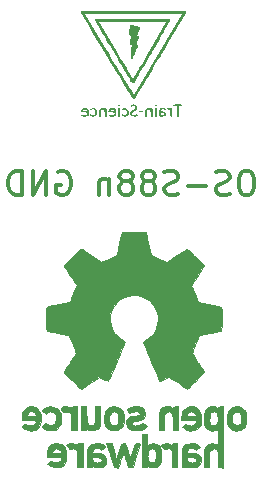
<source format=gbr>
%TF.GenerationSoftware,KiCad,Pcbnew,8.0.2*%
%TF.CreationDate,2024-10-12T15:23:14+02:00*%
%TF.ProjectId,OS-S88n,4f532d53-3838-46e2-9e6b-696361645f70,rev?*%
%TF.SameCoordinates,Original*%
%TF.FileFunction,Legend,Bot*%
%TF.FilePolarity,Positive*%
%FSLAX46Y46*%
G04 Gerber Fmt 4.6, Leading zero omitted, Abs format (unit mm)*
G04 Created by KiCad (PCBNEW 8.0.2) date 2024-10-12 15:23:14*
%MOMM*%
%LPD*%
G01*
G04 APERTURE LIST*
%ADD10C,0.300000*%
%ADD11C,0.010000*%
%ADD12C,0.000000*%
%ADD13R,2.600000X2.600000*%
%ADD14C,2.600000*%
%ADD15C,3.200000*%
%ADD16R,1.500000X1.500000*%
%ADD17C,1.500000*%
G04 APERTURE END LIST*
D10*
X211374381Y-55397638D02*
X210993428Y-55397638D01*
X210993428Y-55397638D02*
X210802952Y-55492876D01*
X210802952Y-55492876D02*
X210612476Y-55683352D01*
X210612476Y-55683352D02*
X210517238Y-56064304D01*
X210517238Y-56064304D02*
X210517238Y-56730971D01*
X210517238Y-56730971D02*
X210612476Y-57111923D01*
X210612476Y-57111923D02*
X210802952Y-57302400D01*
X210802952Y-57302400D02*
X210993428Y-57397638D01*
X210993428Y-57397638D02*
X211374381Y-57397638D01*
X211374381Y-57397638D02*
X211564857Y-57302400D01*
X211564857Y-57302400D02*
X211755333Y-57111923D01*
X211755333Y-57111923D02*
X211850571Y-56730971D01*
X211850571Y-56730971D02*
X211850571Y-56064304D01*
X211850571Y-56064304D02*
X211755333Y-55683352D01*
X211755333Y-55683352D02*
X211564857Y-55492876D01*
X211564857Y-55492876D02*
X211374381Y-55397638D01*
X209755333Y-57302400D02*
X209469619Y-57397638D01*
X209469619Y-57397638D02*
X208993428Y-57397638D01*
X208993428Y-57397638D02*
X208802952Y-57302400D01*
X208802952Y-57302400D02*
X208707714Y-57207161D01*
X208707714Y-57207161D02*
X208612476Y-57016685D01*
X208612476Y-57016685D02*
X208612476Y-56826209D01*
X208612476Y-56826209D02*
X208707714Y-56635733D01*
X208707714Y-56635733D02*
X208802952Y-56540495D01*
X208802952Y-56540495D02*
X208993428Y-56445257D01*
X208993428Y-56445257D02*
X209374381Y-56350019D01*
X209374381Y-56350019D02*
X209564857Y-56254780D01*
X209564857Y-56254780D02*
X209660095Y-56159542D01*
X209660095Y-56159542D02*
X209755333Y-55969066D01*
X209755333Y-55969066D02*
X209755333Y-55778590D01*
X209755333Y-55778590D02*
X209660095Y-55588114D01*
X209660095Y-55588114D02*
X209564857Y-55492876D01*
X209564857Y-55492876D02*
X209374381Y-55397638D01*
X209374381Y-55397638D02*
X208898190Y-55397638D01*
X208898190Y-55397638D02*
X208612476Y-55492876D01*
X207755333Y-56635733D02*
X206231524Y-56635733D01*
X205374381Y-57302400D02*
X205088667Y-57397638D01*
X205088667Y-57397638D02*
X204612476Y-57397638D01*
X204612476Y-57397638D02*
X204422000Y-57302400D01*
X204422000Y-57302400D02*
X204326762Y-57207161D01*
X204326762Y-57207161D02*
X204231524Y-57016685D01*
X204231524Y-57016685D02*
X204231524Y-56826209D01*
X204231524Y-56826209D02*
X204326762Y-56635733D01*
X204326762Y-56635733D02*
X204422000Y-56540495D01*
X204422000Y-56540495D02*
X204612476Y-56445257D01*
X204612476Y-56445257D02*
X204993429Y-56350019D01*
X204993429Y-56350019D02*
X205183905Y-56254780D01*
X205183905Y-56254780D02*
X205279143Y-56159542D01*
X205279143Y-56159542D02*
X205374381Y-55969066D01*
X205374381Y-55969066D02*
X205374381Y-55778590D01*
X205374381Y-55778590D02*
X205279143Y-55588114D01*
X205279143Y-55588114D02*
X205183905Y-55492876D01*
X205183905Y-55492876D02*
X204993429Y-55397638D01*
X204993429Y-55397638D02*
X204517238Y-55397638D01*
X204517238Y-55397638D02*
X204231524Y-55492876D01*
X203088667Y-56254780D02*
X203279143Y-56159542D01*
X203279143Y-56159542D02*
X203374381Y-56064304D01*
X203374381Y-56064304D02*
X203469619Y-55873828D01*
X203469619Y-55873828D02*
X203469619Y-55778590D01*
X203469619Y-55778590D02*
X203374381Y-55588114D01*
X203374381Y-55588114D02*
X203279143Y-55492876D01*
X203279143Y-55492876D02*
X203088667Y-55397638D01*
X203088667Y-55397638D02*
X202707714Y-55397638D01*
X202707714Y-55397638D02*
X202517238Y-55492876D01*
X202517238Y-55492876D02*
X202422000Y-55588114D01*
X202422000Y-55588114D02*
X202326762Y-55778590D01*
X202326762Y-55778590D02*
X202326762Y-55873828D01*
X202326762Y-55873828D02*
X202422000Y-56064304D01*
X202422000Y-56064304D02*
X202517238Y-56159542D01*
X202517238Y-56159542D02*
X202707714Y-56254780D01*
X202707714Y-56254780D02*
X203088667Y-56254780D01*
X203088667Y-56254780D02*
X203279143Y-56350019D01*
X203279143Y-56350019D02*
X203374381Y-56445257D01*
X203374381Y-56445257D02*
X203469619Y-56635733D01*
X203469619Y-56635733D02*
X203469619Y-57016685D01*
X203469619Y-57016685D02*
X203374381Y-57207161D01*
X203374381Y-57207161D02*
X203279143Y-57302400D01*
X203279143Y-57302400D02*
X203088667Y-57397638D01*
X203088667Y-57397638D02*
X202707714Y-57397638D01*
X202707714Y-57397638D02*
X202517238Y-57302400D01*
X202517238Y-57302400D02*
X202422000Y-57207161D01*
X202422000Y-57207161D02*
X202326762Y-57016685D01*
X202326762Y-57016685D02*
X202326762Y-56635733D01*
X202326762Y-56635733D02*
X202422000Y-56445257D01*
X202422000Y-56445257D02*
X202517238Y-56350019D01*
X202517238Y-56350019D02*
X202707714Y-56254780D01*
X201183905Y-56254780D02*
X201374381Y-56159542D01*
X201374381Y-56159542D02*
X201469619Y-56064304D01*
X201469619Y-56064304D02*
X201564857Y-55873828D01*
X201564857Y-55873828D02*
X201564857Y-55778590D01*
X201564857Y-55778590D02*
X201469619Y-55588114D01*
X201469619Y-55588114D02*
X201374381Y-55492876D01*
X201374381Y-55492876D02*
X201183905Y-55397638D01*
X201183905Y-55397638D02*
X200802952Y-55397638D01*
X200802952Y-55397638D02*
X200612476Y-55492876D01*
X200612476Y-55492876D02*
X200517238Y-55588114D01*
X200517238Y-55588114D02*
X200422000Y-55778590D01*
X200422000Y-55778590D02*
X200422000Y-55873828D01*
X200422000Y-55873828D02*
X200517238Y-56064304D01*
X200517238Y-56064304D02*
X200612476Y-56159542D01*
X200612476Y-56159542D02*
X200802952Y-56254780D01*
X200802952Y-56254780D02*
X201183905Y-56254780D01*
X201183905Y-56254780D02*
X201374381Y-56350019D01*
X201374381Y-56350019D02*
X201469619Y-56445257D01*
X201469619Y-56445257D02*
X201564857Y-56635733D01*
X201564857Y-56635733D02*
X201564857Y-57016685D01*
X201564857Y-57016685D02*
X201469619Y-57207161D01*
X201469619Y-57207161D02*
X201374381Y-57302400D01*
X201374381Y-57302400D02*
X201183905Y-57397638D01*
X201183905Y-57397638D02*
X200802952Y-57397638D01*
X200802952Y-57397638D02*
X200612476Y-57302400D01*
X200612476Y-57302400D02*
X200517238Y-57207161D01*
X200517238Y-57207161D02*
X200422000Y-57016685D01*
X200422000Y-57016685D02*
X200422000Y-56635733D01*
X200422000Y-56635733D02*
X200517238Y-56445257D01*
X200517238Y-56445257D02*
X200612476Y-56350019D01*
X200612476Y-56350019D02*
X200802952Y-56254780D01*
X199564857Y-56064304D02*
X199564857Y-57397638D01*
X199564857Y-56254780D02*
X199469619Y-56159542D01*
X199469619Y-56159542D02*
X199279143Y-56064304D01*
X199279143Y-56064304D02*
X198993428Y-56064304D01*
X198993428Y-56064304D02*
X198802952Y-56159542D01*
X198802952Y-56159542D02*
X198707714Y-56350019D01*
X198707714Y-56350019D02*
X198707714Y-57397638D01*
X195183904Y-55492876D02*
X195374380Y-55397638D01*
X195374380Y-55397638D02*
X195660094Y-55397638D01*
X195660094Y-55397638D02*
X195945809Y-55492876D01*
X195945809Y-55492876D02*
X196136285Y-55683352D01*
X196136285Y-55683352D02*
X196231523Y-55873828D01*
X196231523Y-55873828D02*
X196326761Y-56254780D01*
X196326761Y-56254780D02*
X196326761Y-56540495D01*
X196326761Y-56540495D02*
X196231523Y-56921447D01*
X196231523Y-56921447D02*
X196136285Y-57111923D01*
X196136285Y-57111923D02*
X195945809Y-57302400D01*
X195945809Y-57302400D02*
X195660094Y-57397638D01*
X195660094Y-57397638D02*
X195469618Y-57397638D01*
X195469618Y-57397638D02*
X195183904Y-57302400D01*
X195183904Y-57302400D02*
X195088666Y-57207161D01*
X195088666Y-57207161D02*
X195088666Y-56540495D01*
X195088666Y-56540495D02*
X195469618Y-56540495D01*
X194231523Y-57397638D02*
X194231523Y-55397638D01*
X194231523Y-55397638D02*
X193088666Y-57397638D01*
X193088666Y-57397638D02*
X193088666Y-55397638D01*
X192136285Y-57397638D02*
X192136285Y-55397638D01*
X192136285Y-55397638D02*
X191660095Y-55397638D01*
X191660095Y-55397638D02*
X191374380Y-55492876D01*
X191374380Y-55492876D02*
X191183904Y-55683352D01*
X191183904Y-55683352D02*
X191088666Y-55873828D01*
X191088666Y-55873828D02*
X190993428Y-56254780D01*
X190993428Y-56254780D02*
X190993428Y-56540495D01*
X190993428Y-56540495D02*
X191088666Y-56921447D01*
X191088666Y-56921447D02*
X191183904Y-57111923D01*
X191183904Y-57111923D02*
X191374380Y-57302400D01*
X191374380Y-57302400D02*
X191660095Y-57397638D01*
X191660095Y-57397638D02*
X192136285Y-57397638D01*
D11*
%TO.C,REF\u002A\u002A*%
X196003866Y-75299703D02*
X196105946Y-75331569D01*
X196231656Y-75384536D01*
X196292522Y-75413000D01*
X196336450Y-75418146D01*
X196346164Y-75378692D01*
X196346173Y-75377576D01*
X196366742Y-75339909D01*
X196437682Y-75320602D01*
X196575180Y-75315164D01*
X196804197Y-75315164D01*
X196804197Y-77313853D01*
X196346164Y-77313853D01*
X196346164Y-75935778D01*
X196232300Y-75830252D01*
X196196727Y-75800261D01*
X196090766Y-75749020D01*
X195960280Y-75746967D01*
X195782607Y-75792182D01*
X195722713Y-75795045D01*
X195652454Y-75751182D01*
X195558937Y-75646927D01*
X195513573Y-75589259D01*
X195459924Y-75507834D01*
X195451656Y-75456004D01*
X195481694Y-75412280D01*
X195573908Y-75356989D01*
X195717131Y-75313231D01*
X195872520Y-75291533D01*
X196003866Y-75299703D01*
G36*
X196003866Y-75299703D02*
G01*
X196105946Y-75331569D01*
X196231656Y-75384536D01*
X196292522Y-75413000D01*
X196336450Y-75418146D01*
X196346164Y-75378692D01*
X196346173Y-75377576D01*
X196366742Y-75339909D01*
X196437682Y-75320602D01*
X196575180Y-75315164D01*
X196804197Y-75315164D01*
X196804197Y-77313853D01*
X196346164Y-77313853D01*
X196346164Y-75935778D01*
X196232300Y-75830252D01*
X196196727Y-75800261D01*
X196090766Y-75749020D01*
X195960280Y-75746967D01*
X195782607Y-75792182D01*
X195722713Y-75795045D01*
X195652454Y-75751182D01*
X195558937Y-75646927D01*
X195513573Y-75589259D01*
X195459924Y-75507834D01*
X195451656Y-75456004D01*
X195481694Y-75412280D01*
X195573908Y-75356989D01*
X195717131Y-75313231D01*
X195872520Y-75291533D01*
X196003866Y-75299703D01*
G37*
X196610320Y-78465538D02*
X196736122Y-78524416D01*
X196845836Y-78610717D01*
X196845836Y-78524416D01*
X196848570Y-78491648D01*
X196874008Y-78456907D01*
X196942801Y-78441563D01*
X197074852Y-78438115D01*
X197303869Y-78438115D01*
X197303869Y-80478443D01*
X196845836Y-80478443D01*
X196845836Y-79814172D01*
X196845781Y-79776038D01*
X196841874Y-79507969D01*
X196832284Y-79289606D01*
X196817697Y-79132115D01*
X196798795Y-79046659D01*
X196781440Y-79014399D01*
X196674601Y-78913220D01*
X196529074Y-78868433D01*
X196370167Y-78889327D01*
X196331189Y-78903488D01*
X196248156Y-78928519D01*
X196191408Y-78920746D01*
X196134306Y-78869867D01*
X196050213Y-78765579D01*
X195913821Y-78593370D01*
X196009688Y-78515743D01*
X196100818Y-78469017D01*
X196260893Y-78437460D01*
X196441319Y-78436426D01*
X196610320Y-78465538D01*
G36*
X196610320Y-78465538D02*
G01*
X196736122Y-78524416D01*
X196845836Y-78610717D01*
X196845836Y-78524416D01*
X196848570Y-78491648D01*
X196874008Y-78456907D01*
X196942801Y-78441563D01*
X197074852Y-78438115D01*
X197303869Y-78438115D01*
X197303869Y-80478443D01*
X196845836Y-80478443D01*
X196845836Y-79814172D01*
X196845781Y-79776038D01*
X196841874Y-79507969D01*
X196832284Y-79289606D01*
X196817697Y-79132115D01*
X196798795Y-79046659D01*
X196781440Y-79014399D01*
X196674601Y-78913220D01*
X196529074Y-78868433D01*
X196370167Y-78889327D01*
X196331189Y-78903488D01*
X196248156Y-78928519D01*
X196191408Y-78920746D01*
X196134306Y-78869867D01*
X196050213Y-78765579D01*
X195913821Y-78593370D01*
X196009688Y-78515743D01*
X196100818Y-78469017D01*
X196260893Y-78437460D01*
X196441319Y-78436426D01*
X196610320Y-78465538D01*
G37*
X205298623Y-80478443D02*
X204882230Y-80478443D01*
X204882230Y-79835744D01*
X204881769Y-79686246D01*
X204877034Y-79438641D01*
X204865048Y-79255334D01*
X204843209Y-79123652D01*
X204808918Y-79030924D01*
X204759574Y-78964479D01*
X204692576Y-78911646D01*
X204619436Y-78872278D01*
X204532828Y-78861116D01*
X204409652Y-78885938D01*
X204370068Y-78896272D01*
X204271263Y-78911825D01*
X204200612Y-78889540D01*
X204118728Y-78820568D01*
X204103190Y-78805568D01*
X204017282Y-78712777D01*
X203961881Y-78637333D01*
X203954281Y-78619158D01*
X203969340Y-78552044D01*
X204045700Y-78498387D01*
X204166214Y-78460729D01*
X204313737Y-78441613D01*
X204471123Y-78443581D01*
X204621227Y-78469175D01*
X204746902Y-78520937D01*
X204786737Y-78545108D01*
X204853800Y-78580484D01*
X204878625Y-78572383D01*
X204882230Y-78520782D01*
X204883075Y-78502255D01*
X204903163Y-78461218D01*
X204965475Y-78442540D01*
X205090426Y-78438115D01*
X205298623Y-78438115D01*
X205298623Y-80478443D01*
G36*
X205298623Y-80478443D02*
G01*
X204882230Y-80478443D01*
X204882230Y-79835744D01*
X204881769Y-79686246D01*
X204877034Y-79438641D01*
X204865048Y-79255334D01*
X204843209Y-79123652D01*
X204808918Y-79030924D01*
X204759574Y-78964479D01*
X204692576Y-78911646D01*
X204619436Y-78872278D01*
X204532828Y-78861116D01*
X204409652Y-78885938D01*
X204370068Y-78896272D01*
X204271263Y-78911825D01*
X204200612Y-78889540D01*
X204118728Y-78820568D01*
X204103190Y-78805568D01*
X204017282Y-78712777D01*
X203961881Y-78637333D01*
X203954281Y-78619158D01*
X203969340Y-78552044D01*
X204045700Y-78498387D01*
X204166214Y-78460729D01*
X204313737Y-78441613D01*
X204471123Y-78443581D01*
X204621227Y-78469175D01*
X204746902Y-78520937D01*
X204786737Y-78545108D01*
X204853800Y-78580484D01*
X204878625Y-78572383D01*
X204882230Y-78520782D01*
X204883075Y-78502255D01*
X204903163Y-78461218D01*
X204965475Y-78442540D01*
X205090426Y-78438115D01*
X205298623Y-78438115D01*
X205298623Y-80478443D01*
G37*
X197636984Y-75963311D02*
X197640496Y-76254896D01*
X197654245Y-76490391D01*
X197682099Y-76661561D01*
X197727916Y-76777995D01*
X197795556Y-76849287D01*
X197888877Y-76885028D01*
X198011738Y-76894811D01*
X198129046Y-76886080D01*
X198223789Y-76851905D01*
X198292652Y-76782671D01*
X198339496Y-76668786D01*
X198368177Y-76500660D01*
X198382556Y-76268698D01*
X198386492Y-75963311D01*
X198386492Y-75315164D01*
X198802885Y-75315164D01*
X198802885Y-76096551D01*
X198802171Y-76305118D01*
X198796619Y-76574827D01*
X198782688Y-76780515D01*
X198757004Y-76933957D01*
X198716192Y-77046928D01*
X198656878Y-77131204D01*
X198575687Y-77198558D01*
X198469245Y-77260766D01*
X198245726Y-77339516D01*
X198012452Y-77344654D01*
X197792515Y-77272132D01*
X197696553Y-77225121D01*
X197648946Y-77218094D01*
X197636984Y-77251313D01*
X197617122Y-77288611D01*
X197546029Y-77308258D01*
X197407967Y-77313853D01*
X197178951Y-77313853D01*
X197178951Y-75315164D01*
X197636984Y-75315164D01*
X197636984Y-75963311D01*
G36*
X197636984Y-75963311D02*
G01*
X197640496Y-76254896D01*
X197654245Y-76490391D01*
X197682099Y-76661561D01*
X197727916Y-76777995D01*
X197795556Y-76849287D01*
X197888877Y-76885028D01*
X198011738Y-76894811D01*
X198129046Y-76886080D01*
X198223789Y-76851905D01*
X198292652Y-76782671D01*
X198339496Y-76668786D01*
X198368177Y-76500660D01*
X198382556Y-76268698D01*
X198386492Y-75963311D01*
X198386492Y-75315164D01*
X198802885Y-75315164D01*
X198802885Y-76096551D01*
X198802171Y-76305118D01*
X198796619Y-76574827D01*
X198782688Y-76780515D01*
X198757004Y-76933957D01*
X198716192Y-77046928D01*
X198656878Y-77131204D01*
X198575687Y-77198558D01*
X198469245Y-77260766D01*
X198245726Y-77339516D01*
X198012452Y-77344654D01*
X197792515Y-77272132D01*
X197696553Y-77225121D01*
X197648946Y-77218094D01*
X197636984Y-77251313D01*
X197617122Y-77288611D01*
X197546029Y-77308258D01*
X197407967Y-77313853D01*
X197178951Y-77313853D01*
X197178951Y-75315164D01*
X197636984Y-75315164D01*
X197636984Y-75963311D01*
G37*
X204598727Y-75311224D02*
X204788541Y-75370861D01*
X204872233Y-75411395D01*
X204914325Y-75415581D01*
X204923869Y-75378692D01*
X204923878Y-75377576D01*
X204944447Y-75339909D01*
X205015386Y-75320602D01*
X205152885Y-75315164D01*
X205381902Y-75315164D01*
X205381902Y-77313853D01*
X204923869Y-77313853D01*
X204923869Y-76624911D01*
X204923556Y-76392270D01*
X204921414Y-76201168D01*
X204915684Y-76067441D01*
X204904603Y-75977463D01*
X204886413Y-75917607D01*
X204859353Y-75874249D01*
X204821663Y-75833763D01*
X204770323Y-75790701D01*
X204622694Y-75732843D01*
X204467731Y-75749824D01*
X204325776Y-75841334D01*
X204285203Y-75883924D01*
X204256076Y-75927026D01*
X204236541Y-75984386D01*
X204224681Y-76069807D01*
X204218581Y-76197093D01*
X204216326Y-76380050D01*
X204216000Y-76632481D01*
X204216000Y-77313853D01*
X203757967Y-77313853D01*
X203758882Y-76574754D01*
X203758944Y-76541833D01*
X203762915Y-76227448D01*
X203775115Y-75983233D01*
X203798677Y-75797313D01*
X203836738Y-75657811D01*
X203892432Y-75552853D01*
X203968894Y-75470561D01*
X204069260Y-75399062D01*
X204172892Y-75349563D01*
X204381599Y-75304591D01*
X204598727Y-75311224D01*
G36*
X204598727Y-75311224D02*
G01*
X204788541Y-75370861D01*
X204872233Y-75411395D01*
X204914325Y-75415581D01*
X204923869Y-75378692D01*
X204923878Y-75377576D01*
X204944447Y-75339909D01*
X205015386Y-75320602D01*
X205152885Y-75315164D01*
X205381902Y-75315164D01*
X205381902Y-77313853D01*
X204923869Y-77313853D01*
X204923869Y-76624911D01*
X204923556Y-76392270D01*
X204921414Y-76201168D01*
X204915684Y-76067441D01*
X204904603Y-75977463D01*
X204886413Y-75917607D01*
X204859353Y-75874249D01*
X204821663Y-75833763D01*
X204770323Y-75790701D01*
X204622694Y-75732843D01*
X204467731Y-75749824D01*
X204325776Y-75841334D01*
X204285203Y-75883924D01*
X204256076Y-75927026D01*
X204236541Y-75984386D01*
X204224681Y-76069807D01*
X204218581Y-76197093D01*
X204216326Y-76380050D01*
X204216000Y-76632481D01*
X204216000Y-77313853D01*
X203757967Y-77313853D01*
X203758882Y-76574754D01*
X203758944Y-76541833D01*
X203762915Y-76227448D01*
X203775115Y-75983233D01*
X203798677Y-75797313D01*
X203836738Y-75657811D01*
X203892432Y-75552853D01*
X203968894Y-75470561D01*
X204069260Y-75399062D01*
X204172892Y-75349563D01*
X204381599Y-75304591D01*
X204598727Y-75311224D01*
G37*
X194832536Y-75324698D02*
X195059741Y-75413217D01*
X195251898Y-75559341D01*
X195393824Y-75760039D01*
X195403408Y-75780503D01*
X195464257Y-75980093D01*
X195494658Y-76218510D01*
X195494419Y-76466745D01*
X195463346Y-76695791D01*
X195401247Y-76876639D01*
X195324574Y-77002685D01*
X195155806Y-77181249D01*
X194944784Y-77294755D01*
X194764240Y-77340653D01*
X194489327Y-77345666D01*
X194226260Y-77276443D01*
X193992977Y-77135978D01*
X193841989Y-77011521D01*
X193977982Y-76871212D01*
X194063898Y-76788092D01*
X194141613Y-76741813D01*
X194213670Y-76752004D01*
X194305836Y-76814180D01*
X194342585Y-76838522D01*
X194497838Y-76888342D01*
X194676283Y-76888311D01*
X194843350Y-76836964D01*
X194906258Y-76795730D01*
X194998533Y-76673966D01*
X195044792Y-76495124D01*
X195047769Y-76251373D01*
X195047760Y-76251236D01*
X195013342Y-76033154D01*
X194937525Y-75881949D01*
X194812766Y-75788418D01*
X194631525Y-75743357D01*
X194517390Y-75737296D01*
X194417664Y-75762113D01*
X194315386Y-75834010D01*
X194183033Y-75945378D01*
X194015418Y-75810679D01*
X193954181Y-75759077D01*
X193877692Y-75685142D01*
X193847803Y-75641571D01*
X193858388Y-75621936D01*
X193919352Y-75561651D01*
X194016469Y-75484981D01*
X194092457Y-75435090D01*
X194333712Y-75332602D01*
X194585465Y-75296815D01*
X194832536Y-75324698D01*
G36*
X194832536Y-75324698D02*
G01*
X195059741Y-75413217D01*
X195251898Y-75559341D01*
X195393824Y-75760039D01*
X195403408Y-75780503D01*
X195464257Y-75980093D01*
X195494658Y-76218510D01*
X195494419Y-76466745D01*
X195463346Y-76695791D01*
X195401247Y-76876639D01*
X195324574Y-77002685D01*
X195155806Y-77181249D01*
X194944784Y-77294755D01*
X194764240Y-77340653D01*
X194489327Y-77345666D01*
X194226260Y-77276443D01*
X193992977Y-77135978D01*
X193841989Y-77011521D01*
X193977982Y-76871212D01*
X194063898Y-76788092D01*
X194141613Y-76741813D01*
X194213670Y-76752004D01*
X194305836Y-76814180D01*
X194342585Y-76838522D01*
X194497838Y-76888342D01*
X194676283Y-76888311D01*
X194843350Y-76836964D01*
X194906258Y-76795730D01*
X194998533Y-76673966D01*
X195044792Y-76495124D01*
X195047769Y-76251373D01*
X195047760Y-76251236D01*
X195013342Y-76033154D01*
X194937525Y-75881949D01*
X194812766Y-75788418D01*
X194631525Y-75743357D01*
X194517390Y-75737296D01*
X194417664Y-75762113D01*
X194315386Y-75834010D01*
X194183033Y-75945378D01*
X194015418Y-75810679D01*
X193954181Y-75759077D01*
X193877692Y-75685142D01*
X193847803Y-75641571D01*
X193858388Y-75621936D01*
X193919352Y-75561651D01*
X194016469Y-75484981D01*
X194092457Y-75435090D01*
X194333712Y-75332602D01*
X194585465Y-75296815D01*
X194832536Y-75324698D01*
G37*
X200791363Y-76458142D02*
X200779746Y-76589920D01*
X200728401Y-76841503D01*
X200636562Y-77033478D01*
X200496779Y-77178484D01*
X200301604Y-77289161D01*
X200225826Y-77315501D01*
X200029573Y-77348365D01*
X199823055Y-77347472D01*
X199648793Y-77311373D01*
X199645368Y-77310063D01*
X199504935Y-77227452D01*
X199363058Y-77099566D01*
X199245333Y-76953323D01*
X199177357Y-76815637D01*
X199157206Y-76714991D01*
X199139955Y-76526550D01*
X199137064Y-76358581D01*
X199556576Y-76358581D01*
X199581655Y-76560051D01*
X199640572Y-76725599D01*
X199729834Y-76833772D01*
X199763667Y-76852345D01*
X199892682Y-76886104D01*
X200041907Y-76893050D01*
X200167450Y-76869590D01*
X200216449Y-76835949D01*
X200285228Y-76718303D01*
X200328506Y-76534177D01*
X200343541Y-76292553D01*
X200343301Y-76222999D01*
X200338077Y-76082064D01*
X200320707Y-75990126D01*
X200284265Y-75922193D01*
X200221826Y-75853273D01*
X200103013Y-75769738D01*
X199948339Y-75735587D01*
X199798896Y-75768114D01*
X199674809Y-75862191D01*
X199596204Y-76012690D01*
X199568826Y-76142646D01*
X199556576Y-76358581D01*
X199137064Y-76358581D01*
X199136261Y-76311939D01*
X199145517Y-76098333D01*
X199167114Y-75912907D01*
X199200446Y-75782838D01*
X199278085Y-75635574D01*
X199442864Y-75454505D01*
X199653479Y-75339805D01*
X199903664Y-75294406D01*
X200187158Y-75321236D01*
X200234330Y-75332666D01*
X200454007Y-75431230D01*
X200619543Y-75593049D01*
X200730944Y-75818134D01*
X200788215Y-76106495D01*
X200789881Y-76292553D01*
X200791363Y-76458142D01*
G36*
X200791363Y-76458142D02*
G01*
X200779746Y-76589920D01*
X200728401Y-76841503D01*
X200636562Y-77033478D01*
X200496779Y-77178484D01*
X200301604Y-77289161D01*
X200225826Y-77315501D01*
X200029573Y-77348365D01*
X199823055Y-77347472D01*
X199648793Y-77311373D01*
X199645368Y-77310063D01*
X199504935Y-77227452D01*
X199363058Y-77099566D01*
X199245333Y-76953323D01*
X199177357Y-76815637D01*
X199157206Y-76714991D01*
X199139955Y-76526550D01*
X199137064Y-76358581D01*
X199556576Y-76358581D01*
X199581655Y-76560051D01*
X199640572Y-76725599D01*
X199729834Y-76833772D01*
X199763667Y-76852345D01*
X199892682Y-76886104D01*
X200041907Y-76893050D01*
X200167450Y-76869590D01*
X200216449Y-76835949D01*
X200285228Y-76718303D01*
X200328506Y-76534177D01*
X200343541Y-76292553D01*
X200343301Y-76222999D01*
X200338077Y-76082064D01*
X200320707Y-75990126D01*
X200284265Y-75922193D01*
X200221826Y-75853273D01*
X200103013Y-75769738D01*
X199948339Y-75735587D01*
X199798896Y-75768114D01*
X199674809Y-75862191D01*
X199596204Y-76012690D01*
X199568826Y-76142646D01*
X199556576Y-76358581D01*
X199137064Y-76358581D01*
X199136261Y-76311939D01*
X199145517Y-76098333D01*
X199167114Y-75912907D01*
X199200446Y-75782838D01*
X199278085Y-75635574D01*
X199442864Y-75454505D01*
X199653479Y-75339805D01*
X199903664Y-75294406D01*
X200187158Y-75321236D01*
X200234330Y-75332666D01*
X200454007Y-75431230D01*
X200619543Y-75593049D01*
X200730944Y-75818134D01*
X200788215Y-76106495D01*
X200789881Y-76292553D01*
X200791363Y-76458142D01*
G37*
X201122976Y-79091956D02*
X201179269Y-79259911D01*
X201245862Y-79445842D01*
X201301470Y-79586697D01*
X201341496Y-79670998D01*
X201361344Y-79687269D01*
X201366134Y-79673120D01*
X201392056Y-79586331D01*
X201433345Y-79441377D01*
X201485415Y-79254486D01*
X201543683Y-79041885D01*
X201702208Y-78458935D01*
X201944253Y-78446288D01*
X201964685Y-78445275D01*
X202095208Y-78443935D01*
X202157928Y-78457334D01*
X202165916Y-78487928D01*
X202155826Y-78517808D01*
X202122631Y-78620076D01*
X202070661Y-78782048D01*
X202003620Y-78992138D01*
X201925209Y-79238759D01*
X201839133Y-79510328D01*
X201532733Y-80478443D01*
X201149454Y-80478443D01*
X200968857Y-79864262D01*
X200935509Y-79751482D01*
X200873878Y-79546448D01*
X200821215Y-79375605D01*
X200782262Y-79254217D01*
X200761761Y-79197549D01*
X200755920Y-79193321D01*
X200727497Y-79229874D01*
X200686915Y-79326537D01*
X200640919Y-79468205D01*
X200638489Y-79476526D01*
X200576908Y-79685604D01*
X200506447Y-79922335D01*
X200441882Y-80137070D01*
X200337189Y-80482746D01*
X200144118Y-80470185D01*
X199951048Y-80457623D01*
X199772228Y-79895492D01*
X199693719Y-79648492D01*
X199605777Y-79371471D01*
X199521567Y-79105903D01*
X199451861Y-78885738D01*
X199310313Y-78438115D01*
X199783864Y-78438115D01*
X199898645Y-78864918D01*
X199929158Y-78977693D01*
X199986867Y-79187936D01*
X200040309Y-79379204D01*
X200080936Y-79520738D01*
X200148445Y-79749754D01*
X200363752Y-79104344D01*
X200579058Y-78458935D01*
X200908422Y-78434209D01*
X201122976Y-79091956D01*
G36*
X201122976Y-79091956D02*
G01*
X201179269Y-79259911D01*
X201245862Y-79445842D01*
X201301470Y-79586697D01*
X201341496Y-79670998D01*
X201361344Y-79687269D01*
X201366134Y-79673120D01*
X201392056Y-79586331D01*
X201433345Y-79441377D01*
X201485415Y-79254486D01*
X201543683Y-79041885D01*
X201702208Y-78458935D01*
X201944253Y-78446288D01*
X201964685Y-78445275D01*
X202095208Y-78443935D01*
X202157928Y-78457334D01*
X202165916Y-78487928D01*
X202155826Y-78517808D01*
X202122631Y-78620076D01*
X202070661Y-78782048D01*
X202003620Y-78992138D01*
X201925209Y-79238759D01*
X201839133Y-79510328D01*
X201532733Y-80478443D01*
X201149454Y-80478443D01*
X200968857Y-79864262D01*
X200935509Y-79751482D01*
X200873878Y-79546448D01*
X200821215Y-79375605D01*
X200782262Y-79254217D01*
X200761761Y-79197549D01*
X200755920Y-79193321D01*
X200727497Y-79229874D01*
X200686915Y-79326537D01*
X200640919Y-79468205D01*
X200638489Y-79476526D01*
X200576908Y-79685604D01*
X200506447Y-79922335D01*
X200441882Y-80137070D01*
X200337189Y-80482746D01*
X200144118Y-80470185D01*
X199951048Y-80457623D01*
X199772228Y-79895492D01*
X199693719Y-79648492D01*
X199605777Y-79371471D01*
X199521567Y-79105903D01*
X199451861Y-78885738D01*
X199310313Y-78438115D01*
X199783864Y-78438115D01*
X199898645Y-78864918D01*
X199929158Y-78977693D01*
X199986867Y-79187936D01*
X200040309Y-79379204D01*
X200080936Y-79520738D01*
X200148445Y-79749754D01*
X200363752Y-79104344D01*
X200579058Y-78458935D01*
X200908422Y-78434209D01*
X201122976Y-79091956D01*
G37*
X211163367Y-76428868D02*
X211157991Y-76559273D01*
X211145788Y-76718294D01*
X211124999Y-76831005D01*
X211090670Y-76920314D01*
X211037846Y-77009130D01*
X211035596Y-77012496D01*
X210905521Y-77156393D01*
X210746370Y-77266145D01*
X210561303Y-77331272D01*
X210317846Y-77352418D01*
X210079232Y-77310838D01*
X209865945Y-77210643D01*
X209698471Y-77055941D01*
X209650391Y-76982847D01*
X209560602Y-76755614D01*
X209516070Y-76475256D01*
X209516832Y-76404339D01*
X209964358Y-76404339D01*
X209965200Y-76536967D01*
X209979263Y-76625512D01*
X210011303Y-76693550D01*
X210066080Y-76764653D01*
X210142096Y-76835212D01*
X210294131Y-76898179D01*
X210457377Y-76886484D01*
X210613397Y-76798971D01*
X210657407Y-76757173D01*
X210704398Y-76685621D01*
X210730455Y-76585049D01*
X210745225Y-76428335D01*
X210749294Y-76310611D01*
X210727004Y-76070198D01*
X210658600Y-75898075D01*
X210543780Y-75793292D01*
X210409187Y-75743117D01*
X210248671Y-75747340D01*
X210099880Y-75832050D01*
X210064309Y-75864298D01*
X210019420Y-75920721D01*
X209992788Y-75994538D01*
X209978011Y-76107710D01*
X209968691Y-76282195D01*
X209964358Y-76404339D01*
X209516832Y-76404339D01*
X209519505Y-76155408D01*
X209523888Y-76110042D01*
X209585043Y-75819482D01*
X209698184Y-75593919D01*
X209863553Y-75433108D01*
X210081390Y-75336802D01*
X210351936Y-75304754D01*
X210454151Y-75307762D01*
X210663769Y-75344566D01*
X210835175Y-75432412D01*
X210994978Y-75582802D01*
X211020536Y-75612986D01*
X211089468Y-75714641D01*
X211134772Y-75829745D01*
X211159893Y-75975610D01*
X211168276Y-76169548D01*
X211165605Y-76310611D01*
X211163367Y-76428868D01*
G36*
X211163367Y-76428868D02*
G01*
X211157991Y-76559273D01*
X211145788Y-76718294D01*
X211124999Y-76831005D01*
X211090670Y-76920314D01*
X211037846Y-77009130D01*
X211035596Y-77012496D01*
X210905521Y-77156393D01*
X210746370Y-77266145D01*
X210561303Y-77331272D01*
X210317846Y-77352418D01*
X210079232Y-77310838D01*
X209865945Y-77210643D01*
X209698471Y-77055941D01*
X209650391Y-76982847D01*
X209560602Y-76755614D01*
X209516070Y-76475256D01*
X209516832Y-76404339D01*
X209964358Y-76404339D01*
X209965200Y-76536967D01*
X209979263Y-76625512D01*
X210011303Y-76693550D01*
X210066080Y-76764653D01*
X210142096Y-76835212D01*
X210294131Y-76898179D01*
X210457377Y-76886484D01*
X210613397Y-76798971D01*
X210657407Y-76757173D01*
X210704398Y-76685621D01*
X210730455Y-76585049D01*
X210745225Y-76428335D01*
X210749294Y-76310611D01*
X210727004Y-76070198D01*
X210658600Y-75898075D01*
X210543780Y-75793292D01*
X210409187Y-75743117D01*
X210248671Y-75747340D01*
X210099880Y-75832050D01*
X210064309Y-75864298D01*
X210019420Y-75920721D01*
X209992788Y-75994538D01*
X209978011Y-76107710D01*
X209968691Y-76282195D01*
X209964358Y-76404339D01*
X209516832Y-76404339D01*
X209519505Y-76155408D01*
X209523888Y-76110042D01*
X209585043Y-75819482D01*
X209698184Y-75593919D01*
X209863553Y-75433108D01*
X210081390Y-75336802D01*
X210351936Y-75304754D01*
X210454151Y-75307762D01*
X210663769Y-75344566D01*
X210835175Y-75432412D01*
X210994978Y-75582802D01*
X211020536Y-75612986D01*
X211089468Y-75714641D01*
X211134772Y-75829745D01*
X211159893Y-75975610D01*
X211168276Y-76169548D01*
X211165605Y-76310611D01*
X211163367Y-76428868D01*
G37*
X203963440Y-79614117D02*
X203958161Y-79792136D01*
X203947546Y-79916141D01*
X203945727Y-79927506D01*
X203874284Y-80130781D01*
X203743813Y-80303118D01*
X203572655Y-80419873D01*
X203388853Y-80468201D01*
X203162777Y-80464451D01*
X202954804Y-80399653D01*
X202900633Y-80372308D01*
X202830974Y-80343008D01*
X202804466Y-80352123D01*
X202800262Y-80399653D01*
X202798332Y-80423354D01*
X202773405Y-80458407D01*
X202704175Y-80474546D01*
X202571246Y-80478443D01*
X202342230Y-80478443D01*
X202342230Y-79478736D01*
X202800262Y-79478736D01*
X202803544Y-79651926D01*
X202816866Y-79767231D01*
X202845308Y-79846224D01*
X202893951Y-79912422D01*
X203022393Y-80010848D01*
X203172701Y-80043845D01*
X203318456Y-80003041D01*
X203441217Y-79889217D01*
X203473666Y-79805924D01*
X203497635Y-79658428D01*
X203508172Y-79479480D01*
X203504852Y-79295934D01*
X203487250Y-79134646D01*
X203454940Y-79022473D01*
X203444617Y-79004076D01*
X203345109Y-78911626D01*
X203210257Y-78870669D01*
X203065428Y-78880195D01*
X202935988Y-78939195D01*
X202847303Y-79046659D01*
X202843638Y-79055698D01*
X202821647Y-79156540D01*
X202806135Y-79307229D01*
X202800262Y-79478736D01*
X202342230Y-79478736D01*
X202342230Y-77646967D01*
X202800262Y-77646967D01*
X202800262Y-78617579D01*
X202885101Y-78540801D01*
X202966787Y-78493081D01*
X203121393Y-78453190D01*
X203302121Y-78440336D01*
X203478616Y-78456117D01*
X203620521Y-78502127D01*
X203722088Y-78567579D01*
X203826706Y-78679077D01*
X203897117Y-78829024D01*
X203939442Y-79031856D01*
X203959806Y-79302010D01*
X203962800Y-79411212D01*
X203963016Y-79479480D01*
X203963440Y-79614117D01*
G36*
X203963440Y-79614117D02*
G01*
X203958161Y-79792136D01*
X203947546Y-79916141D01*
X203945727Y-79927506D01*
X203874284Y-80130781D01*
X203743813Y-80303118D01*
X203572655Y-80419873D01*
X203388853Y-80468201D01*
X203162777Y-80464451D01*
X202954804Y-80399653D01*
X202900633Y-80372308D01*
X202830974Y-80343008D01*
X202804466Y-80352123D01*
X202800262Y-80399653D01*
X202798332Y-80423354D01*
X202773405Y-80458407D01*
X202704175Y-80474546D01*
X202571246Y-80478443D01*
X202342230Y-80478443D01*
X202342230Y-79478736D01*
X202800262Y-79478736D01*
X202803544Y-79651926D01*
X202816866Y-79767231D01*
X202845308Y-79846224D01*
X202893951Y-79912422D01*
X203022393Y-80010848D01*
X203172701Y-80043845D01*
X203318456Y-80003041D01*
X203441217Y-79889217D01*
X203473666Y-79805924D01*
X203497635Y-79658428D01*
X203508172Y-79479480D01*
X203504852Y-79295934D01*
X203487250Y-79134646D01*
X203454940Y-79022473D01*
X203444617Y-79004076D01*
X203345109Y-78911626D01*
X203210257Y-78870669D01*
X203065428Y-78880195D01*
X202935988Y-78939195D01*
X202847303Y-79046659D01*
X202843638Y-79055698D01*
X202821647Y-79156540D01*
X202806135Y-79307229D01*
X202800262Y-79478736D01*
X202342230Y-79478736D01*
X202342230Y-77646967D01*
X202800262Y-77646967D01*
X202800262Y-78617579D01*
X202885101Y-78540801D01*
X202966787Y-78493081D01*
X203121393Y-78453190D01*
X203302121Y-78440336D01*
X203478616Y-78456117D01*
X203620521Y-78502127D01*
X203722088Y-78567579D01*
X203826706Y-78679077D01*
X203897117Y-78829024D01*
X203939442Y-79031856D01*
X203959806Y-79302010D01*
X203962800Y-79411212D01*
X203963016Y-79479480D01*
X203963440Y-79614117D01*
G37*
X193792848Y-76180332D02*
X193787487Y-76499040D01*
X193786790Y-76505308D01*
X193726920Y-76797748D01*
X193618750Y-77025118D01*
X193458910Y-77192414D01*
X193244033Y-77304628D01*
X193204587Y-77317460D01*
X192960102Y-77355278D01*
X192707247Y-77334189D01*
X192472172Y-77258832D01*
X192281026Y-77133843D01*
X192137849Y-77001558D01*
X192290038Y-76881220D01*
X192442227Y-76760883D01*
X192625637Y-76849991D01*
X192837859Y-76922194D01*
X193025208Y-76924355D01*
X193178491Y-76858017D01*
X193288795Y-76724863D01*
X193328338Y-76645077D01*
X193350412Y-76576890D01*
X193337640Y-76530827D01*
X193280335Y-76502550D01*
X193168811Y-76487723D01*
X192993381Y-76482007D01*
X192744361Y-76481066D01*
X192140590Y-76481066D01*
X192140590Y-76192301D01*
X192145101Y-76065530D01*
X192570217Y-76065530D01*
X192590634Y-76088848D01*
X192651086Y-76100983D01*
X192765987Y-76105588D01*
X192949751Y-76106312D01*
X193048293Y-76105155D01*
X193203795Y-76097508D01*
X193309278Y-76084116D01*
X193348131Y-76066632D01*
X193338190Y-76002122D01*
X193268126Y-75878683D01*
X193151371Y-75777278D01*
X193012184Y-75716032D01*
X192874827Y-75713066D01*
X192771434Y-75762179D01*
X192654276Y-75873944D01*
X192579783Y-76012623D01*
X192575419Y-76027382D01*
X192570217Y-76065530D01*
X192145101Y-76065530D01*
X192146025Y-76039573D01*
X192161984Y-75888465D01*
X192184783Y-75786317D01*
X192201403Y-75747320D01*
X192322375Y-75573633D01*
X192497170Y-75428772D01*
X192701586Y-75333922D01*
X192808208Y-75308019D01*
X193062258Y-75296229D01*
X193288626Y-75356209D01*
X193481089Y-75481284D01*
X193633428Y-75664780D01*
X193739421Y-75900020D01*
X193771177Y-76066632D01*
X193792848Y-76180332D01*
G36*
X193792848Y-76180332D02*
G01*
X193787487Y-76499040D01*
X193786790Y-76505308D01*
X193726920Y-76797748D01*
X193618750Y-77025118D01*
X193458910Y-77192414D01*
X193244033Y-77304628D01*
X193204587Y-77317460D01*
X192960102Y-77355278D01*
X192707247Y-77334189D01*
X192472172Y-77258832D01*
X192281026Y-77133843D01*
X192137849Y-77001558D01*
X192290038Y-76881220D01*
X192442227Y-76760883D01*
X192625637Y-76849991D01*
X192837859Y-76922194D01*
X193025208Y-76924355D01*
X193178491Y-76858017D01*
X193288795Y-76724863D01*
X193328338Y-76645077D01*
X193350412Y-76576890D01*
X193337640Y-76530827D01*
X193280335Y-76502550D01*
X193168811Y-76487723D01*
X192993381Y-76482007D01*
X192744361Y-76481066D01*
X192140590Y-76481066D01*
X192140590Y-76192301D01*
X192145101Y-76065530D01*
X192570217Y-76065530D01*
X192590634Y-76088848D01*
X192651086Y-76100983D01*
X192765987Y-76105588D01*
X192949751Y-76106312D01*
X193048293Y-76105155D01*
X193203795Y-76097508D01*
X193309278Y-76084116D01*
X193348131Y-76066632D01*
X193338190Y-76002122D01*
X193268126Y-75878683D01*
X193151371Y-75777278D01*
X193012184Y-75716032D01*
X192874827Y-75713066D01*
X192771434Y-75762179D01*
X192654276Y-75873944D01*
X192579783Y-76012623D01*
X192575419Y-76027382D01*
X192570217Y-76065530D01*
X192145101Y-76065530D01*
X192146025Y-76039573D01*
X192161984Y-75888465D01*
X192184783Y-75786317D01*
X192201403Y-75747320D01*
X192322375Y-75573633D01*
X192497170Y-75428772D01*
X192701586Y-75333922D01*
X192808208Y-75308019D01*
X193062258Y-75296229D01*
X193288626Y-75356209D01*
X193481089Y-75481284D01*
X193633428Y-75664780D01*
X193739421Y-75900020D01*
X193771177Y-76066632D01*
X193792848Y-76180332D01*
G37*
X202003419Y-75313814D02*
X202243903Y-75374088D01*
X202419580Y-75485805D01*
X202531452Y-75649714D01*
X202580521Y-75866565D01*
X202570587Y-76074172D01*
X202498878Y-76249280D01*
X202361365Y-76378748D01*
X202155291Y-76465104D01*
X201877899Y-76510875D01*
X201697657Y-76534866D01*
X201533143Y-76586773D01*
X201448206Y-76661941D01*
X201443079Y-76760238D01*
X201477260Y-76821529D01*
X201583119Y-76894170D01*
X201733603Y-76928528D01*
X201909952Y-76923830D01*
X202093406Y-76879300D01*
X202265204Y-76794165D01*
X202436491Y-76680813D01*
X202737803Y-76985705D01*
X202612885Y-77087670D01*
X202564313Y-77123097D01*
X202427650Y-77203587D01*
X202279770Y-77272944D01*
X202162735Y-77312749D01*
X201991367Y-77341580D01*
X201780098Y-77341962D01*
X201521023Y-77310218D01*
X201287639Y-77229758D01*
X201122441Y-77101949D01*
X201025039Y-76926473D01*
X200995044Y-76703015D01*
X201016757Y-76506435D01*
X201086457Y-76345491D01*
X201211945Y-76230230D01*
X201401160Y-76153575D01*
X201662044Y-76108447D01*
X201692009Y-76105180D01*
X201854439Y-76084348D01*
X201986204Y-76062547D01*
X202061164Y-76043998D01*
X202086180Y-76029062D01*
X202128471Y-75952049D01*
X202121602Y-75853466D01*
X202065084Y-75767886D01*
X202035406Y-75749221D01*
X201911738Y-75719316D01*
X201752000Y-75721326D01*
X201585430Y-75753152D01*
X201441268Y-75812691D01*
X201289789Y-75902066D01*
X201172292Y-75764762D01*
X201143780Y-75729881D01*
X201079547Y-75636437D01*
X201053102Y-75573106D01*
X201080871Y-75534274D01*
X201166783Y-75473656D01*
X201290836Y-75408426D01*
X201308315Y-75400452D01*
X201471900Y-75337907D01*
X201629582Y-75308003D01*
X201825257Y-75301999D01*
X202003419Y-75313814D01*
G36*
X202003419Y-75313814D02*
G01*
X202243903Y-75374088D01*
X202419580Y-75485805D01*
X202531452Y-75649714D01*
X202580521Y-75866565D01*
X202570587Y-76074172D01*
X202498878Y-76249280D01*
X202361365Y-76378748D01*
X202155291Y-76465104D01*
X201877899Y-76510875D01*
X201697657Y-76534866D01*
X201533143Y-76586773D01*
X201448206Y-76661941D01*
X201443079Y-76760238D01*
X201477260Y-76821529D01*
X201583119Y-76894170D01*
X201733603Y-76928528D01*
X201909952Y-76923830D01*
X202093406Y-76879300D01*
X202265204Y-76794165D01*
X202436491Y-76680813D01*
X202737803Y-76985705D01*
X202612885Y-77087670D01*
X202564313Y-77123097D01*
X202427650Y-77203587D01*
X202279770Y-77272944D01*
X202162735Y-77312749D01*
X201991367Y-77341580D01*
X201780098Y-77341962D01*
X201521023Y-77310218D01*
X201287639Y-77229758D01*
X201122441Y-77101949D01*
X201025039Y-76926473D01*
X200995044Y-76703015D01*
X201016757Y-76506435D01*
X201086457Y-76345491D01*
X201211945Y-76230230D01*
X201401160Y-76153575D01*
X201662044Y-76108447D01*
X201692009Y-76105180D01*
X201854439Y-76084348D01*
X201986204Y-76062547D01*
X202061164Y-76043998D01*
X202086180Y-76029062D01*
X202128471Y-75952049D01*
X202121602Y-75853466D01*
X202065084Y-75767886D01*
X202035406Y-75749221D01*
X201911738Y-75719316D01*
X201752000Y-75721326D01*
X201585430Y-75753152D01*
X201441268Y-75812691D01*
X201289789Y-75902066D01*
X201172292Y-75764762D01*
X201143780Y-75729881D01*
X201079547Y-75636437D01*
X201053102Y-75573106D01*
X201080871Y-75534274D01*
X201166783Y-75473656D01*
X201290836Y-75408426D01*
X201308315Y-75400452D01*
X201471900Y-75337907D01*
X201629582Y-75308003D01*
X201825257Y-75301999D01*
X202003419Y-75313814D01*
G37*
X195928449Y-79458279D02*
X195923035Y-79613716D01*
X195873722Y-79910979D01*
X195772254Y-80144721D01*
X195617738Y-80316612D01*
X195409279Y-80428321D01*
X195341926Y-80448059D01*
X195101436Y-80475625D01*
X194847499Y-80452362D01*
X194618131Y-80380564D01*
X194537326Y-80339813D01*
X194421469Y-80270008D01*
X194351257Y-80212570D01*
X194340890Y-80199446D01*
X194321497Y-80151451D01*
X194349440Y-80099276D01*
X194434535Y-80020259D01*
X194475601Y-79985861D01*
X194556499Y-79922913D01*
X194598917Y-79897184D01*
X194611069Y-79899834D01*
X194680712Y-79928484D01*
X194784689Y-79978771D01*
X194818589Y-79995313D01*
X195018576Y-80056738D01*
X195192320Y-80040904D01*
X195344677Y-79947541D01*
X195362404Y-79930290D01*
X195447159Y-79822232D01*
X195495585Y-79718525D01*
X195522405Y-79604017D01*
X194264197Y-79604017D01*
X194264429Y-79385410D01*
X194264562Y-79363668D01*
X194281549Y-79188280D01*
X194722230Y-79188280D01*
X194727433Y-79224655D01*
X194754148Y-79249724D01*
X194817826Y-79263638D01*
X194933899Y-79269623D01*
X195117803Y-79270902D01*
X195220044Y-79269575D01*
X195370958Y-79261829D01*
X195474760Y-79248702D01*
X195513377Y-79231973D01*
X195480443Y-79094263D01*
X195384022Y-78965732D01*
X195244956Y-78876563D01*
X195084310Y-78845718D01*
X194966034Y-78880489D01*
X194847804Y-78965488D01*
X194757927Y-79076229D01*
X194722230Y-79188280D01*
X194281549Y-79188280D01*
X194290610Y-79094720D01*
X194366432Y-78875931D01*
X194498731Y-78687326D01*
X194579439Y-78607544D01*
X194746124Y-78500746D01*
X194945158Y-78448999D01*
X195196562Y-78445360D01*
X195318002Y-78459626D01*
X195542166Y-78533702D01*
X195713790Y-78668525D01*
X195834376Y-78866175D01*
X195905428Y-79128733D01*
X195912641Y-79231973D01*
X195928449Y-79458279D01*
G36*
X195928449Y-79458279D02*
G01*
X195923035Y-79613716D01*
X195873722Y-79910979D01*
X195772254Y-80144721D01*
X195617738Y-80316612D01*
X195409279Y-80428321D01*
X195341926Y-80448059D01*
X195101436Y-80475625D01*
X194847499Y-80452362D01*
X194618131Y-80380564D01*
X194537326Y-80339813D01*
X194421469Y-80270008D01*
X194351257Y-80212570D01*
X194340890Y-80199446D01*
X194321497Y-80151451D01*
X194349440Y-80099276D01*
X194434535Y-80020259D01*
X194475601Y-79985861D01*
X194556499Y-79922913D01*
X194598917Y-79897184D01*
X194611069Y-79899834D01*
X194680712Y-79928484D01*
X194784689Y-79978771D01*
X194818589Y-79995313D01*
X195018576Y-80056738D01*
X195192320Y-80040904D01*
X195344677Y-79947541D01*
X195362404Y-79930290D01*
X195447159Y-79822232D01*
X195495585Y-79718525D01*
X195522405Y-79604017D01*
X194264197Y-79604017D01*
X194264429Y-79385410D01*
X194264562Y-79363668D01*
X194281549Y-79188280D01*
X194722230Y-79188280D01*
X194727433Y-79224655D01*
X194754148Y-79249724D01*
X194817826Y-79263638D01*
X194933899Y-79269623D01*
X195117803Y-79270902D01*
X195220044Y-79269575D01*
X195370958Y-79261829D01*
X195474760Y-79248702D01*
X195513377Y-79231973D01*
X195480443Y-79094263D01*
X195384022Y-78965732D01*
X195244956Y-78876563D01*
X195084310Y-78845718D01*
X194966034Y-78880489D01*
X194847804Y-78965488D01*
X194757927Y-79076229D01*
X194722230Y-79188280D01*
X194281549Y-79188280D01*
X194290610Y-79094720D01*
X194366432Y-78875931D01*
X194498731Y-78687326D01*
X194579439Y-78607544D01*
X194746124Y-78500746D01*
X194945158Y-78448999D01*
X195196562Y-78445360D01*
X195318002Y-78459626D01*
X195542166Y-78533702D01*
X195713790Y-78668525D01*
X195834376Y-78866175D01*
X195905428Y-79128733D01*
X195912641Y-79231973D01*
X195928449Y-79458279D01*
G37*
X207328761Y-76064375D02*
X207343329Y-76356034D01*
X207339689Y-76483309D01*
X207298639Y-76761462D01*
X207208179Y-76980774D01*
X207063576Y-77150284D01*
X206860098Y-77279029D01*
X206662710Y-77339130D01*
X206415087Y-77350628D01*
X206165249Y-77306405D01*
X205942395Y-77208700D01*
X205859810Y-77154349D01*
X205768822Y-77084681D01*
X205727305Y-77038837D01*
X205729658Y-77019922D01*
X205776131Y-76955474D01*
X205863470Y-76877391D01*
X206014829Y-76761944D01*
X206192189Y-76850521D01*
X206240149Y-76872446D01*
X206381328Y-76920099D01*
X206499658Y-76939098D01*
X206586913Y-76923442D01*
X206723839Y-76848046D01*
X206838934Y-76731004D01*
X206904766Y-76595574D01*
X206931585Y-76481066D01*
X205673377Y-76481066D01*
X205673609Y-76262459D01*
X205675515Y-76193177D01*
X205689419Y-76044510D01*
X206131410Y-76044510D01*
X206132220Y-76053027D01*
X206155116Y-76079550D01*
X206219811Y-76095844D01*
X206340103Y-76104052D01*
X206529790Y-76106312D01*
X206592136Y-76106285D01*
X206754049Y-76104788D01*
X206851384Y-76098324D01*
X206898577Y-76083242D01*
X206910059Y-76055891D01*
X206900267Y-76012623D01*
X206898772Y-76007717D01*
X206814413Y-75857155D01*
X206681426Y-75753493D01*
X206522843Y-75714902D01*
X206464225Y-75717988D01*
X206355426Y-75754906D01*
X206251052Y-75848805D01*
X206222937Y-75882005D01*
X206157540Y-75976825D01*
X206131410Y-76044510D01*
X205689419Y-76044510D01*
X205691206Y-76025398D01*
X205717520Y-75886567D01*
X205746362Y-75808845D01*
X205847764Y-75639793D01*
X205983566Y-75486263D01*
X206127181Y-75381061D01*
X206168675Y-75361526D01*
X206410288Y-75296724D01*
X206657015Y-75303556D01*
X206888980Y-75379131D01*
X207086311Y-75520557D01*
X207193045Y-75650983D01*
X207280316Y-75834722D01*
X207326972Y-76055891D01*
X207328761Y-76064375D01*
G36*
X207328761Y-76064375D02*
G01*
X207343329Y-76356034D01*
X207339689Y-76483309D01*
X207298639Y-76761462D01*
X207208179Y-76980774D01*
X207063576Y-77150284D01*
X206860098Y-77279029D01*
X206662710Y-77339130D01*
X206415087Y-77350628D01*
X206165249Y-77306405D01*
X205942395Y-77208700D01*
X205859810Y-77154349D01*
X205768822Y-77084681D01*
X205727305Y-77038837D01*
X205729658Y-77019922D01*
X205776131Y-76955474D01*
X205863470Y-76877391D01*
X206014829Y-76761944D01*
X206192189Y-76850521D01*
X206240149Y-76872446D01*
X206381328Y-76920099D01*
X206499658Y-76939098D01*
X206586913Y-76923442D01*
X206723839Y-76848046D01*
X206838934Y-76731004D01*
X206904766Y-76595574D01*
X206931585Y-76481066D01*
X205673377Y-76481066D01*
X205673609Y-76262459D01*
X205675515Y-76193177D01*
X205689419Y-76044510D01*
X206131410Y-76044510D01*
X206132220Y-76053027D01*
X206155116Y-76079550D01*
X206219811Y-76095844D01*
X206340103Y-76104052D01*
X206529790Y-76106312D01*
X206592136Y-76106285D01*
X206754049Y-76104788D01*
X206851384Y-76098324D01*
X206898577Y-76083242D01*
X206910059Y-76055891D01*
X206900267Y-76012623D01*
X206898772Y-76007717D01*
X206814413Y-75857155D01*
X206681426Y-75753493D01*
X206522843Y-75714902D01*
X206464225Y-75717988D01*
X206355426Y-75754906D01*
X206251052Y-75848805D01*
X206222937Y-75882005D01*
X206157540Y-75976825D01*
X206131410Y-76044510D01*
X205689419Y-76044510D01*
X205691206Y-76025398D01*
X205717520Y-75886567D01*
X205746362Y-75808845D01*
X205847764Y-75639793D01*
X205983566Y-75486263D01*
X206127181Y-75381061D01*
X206168675Y-75361526D01*
X206410288Y-75296724D01*
X206657015Y-75303556D01*
X206888980Y-75379131D01*
X207086311Y-75520557D01*
X207193045Y-75650983D01*
X207280316Y-75834722D01*
X207326972Y-76055891D01*
X207328761Y-76064375D01*
G37*
X199322909Y-79930430D02*
X199272676Y-80119467D01*
X199163509Y-80281188D01*
X198997911Y-80397522D01*
X198981660Y-80404592D01*
X198800469Y-80455529D01*
X198596307Y-80475385D01*
X198402197Y-80463246D01*
X198251164Y-80418197D01*
X198190834Y-80388807D01*
X198146559Y-80381799D01*
X198136656Y-80418453D01*
X198117898Y-80452350D01*
X198045323Y-80472536D01*
X197904456Y-80478443D01*
X197672255Y-80478443D01*
X197685849Y-79676885D01*
X197687301Y-79604017D01*
X198136656Y-79604017D01*
X198136656Y-79749754D01*
X198152339Y-79858681D01*
X198219934Y-79978771D01*
X198244885Y-80000844D01*
X198347150Y-80047282D01*
X198501000Y-80059231D01*
X198593316Y-80054563D01*
X198766058Y-80019411D01*
X198873125Y-79953914D01*
X198909237Y-79862515D01*
X198869109Y-79749656D01*
X198845695Y-79720121D01*
X198741119Y-79653871D01*
X198575613Y-79616043D01*
X198339648Y-79604017D01*
X198136656Y-79604017D01*
X197687301Y-79604017D01*
X197689543Y-79491529D01*
X197699271Y-79214034D01*
X197715668Y-79001848D01*
X197741974Y-78843405D01*
X197781429Y-78727135D01*
X197837273Y-78641472D01*
X197912746Y-78574847D01*
X198011088Y-78515693D01*
X198061821Y-78493109D01*
X198237330Y-78450480D01*
X198449011Y-78432855D01*
X198667863Y-78439913D01*
X198864887Y-78471332D01*
X199011082Y-78526789D01*
X199061936Y-78558989D01*
X199179015Y-78654424D01*
X199218641Y-78734337D01*
X199209018Y-78749779D01*
X199149045Y-78803716D01*
X199052227Y-78875671D01*
X199002728Y-78909349D01*
X198918435Y-78957068D01*
X198863658Y-78961625D01*
X198812800Y-78928689D01*
X198686048Y-78861985D01*
X198515496Y-78834555D01*
X198341203Y-78855555D01*
X198337905Y-78856507D01*
X198214974Y-78909917D01*
X198154124Y-78993519D01*
X198137293Y-79131784D01*
X198136656Y-79263321D01*
X198571237Y-79277521D01*
X198640473Y-79279857D01*
X198815029Y-79287982D01*
X198932048Y-79300744D01*
X199011145Y-79322924D01*
X199071935Y-79359302D01*
X199134032Y-79414656D01*
X199236560Y-79542692D01*
X199311705Y-79732148D01*
X199319072Y-79862515D01*
X199322909Y-79930430D01*
G36*
X199322909Y-79930430D02*
G01*
X199272676Y-80119467D01*
X199163509Y-80281188D01*
X198997911Y-80397522D01*
X198981660Y-80404592D01*
X198800469Y-80455529D01*
X198596307Y-80475385D01*
X198402197Y-80463246D01*
X198251164Y-80418197D01*
X198190834Y-80388807D01*
X198146559Y-80381799D01*
X198136656Y-80418453D01*
X198117898Y-80452350D01*
X198045323Y-80472536D01*
X197904456Y-80478443D01*
X197672255Y-80478443D01*
X197685849Y-79676885D01*
X197687301Y-79604017D01*
X198136656Y-79604017D01*
X198136656Y-79749754D01*
X198152339Y-79858681D01*
X198219934Y-79978771D01*
X198244885Y-80000844D01*
X198347150Y-80047282D01*
X198501000Y-80059231D01*
X198593316Y-80054563D01*
X198766058Y-80019411D01*
X198873125Y-79953914D01*
X198909237Y-79862515D01*
X198869109Y-79749656D01*
X198845695Y-79720121D01*
X198741119Y-79653871D01*
X198575613Y-79616043D01*
X198339648Y-79604017D01*
X198136656Y-79604017D01*
X197687301Y-79604017D01*
X197689543Y-79491529D01*
X197699271Y-79214034D01*
X197715668Y-79001848D01*
X197741974Y-78843405D01*
X197781429Y-78727135D01*
X197837273Y-78641472D01*
X197912746Y-78574847D01*
X198011088Y-78515693D01*
X198061821Y-78493109D01*
X198237330Y-78450480D01*
X198449011Y-78432855D01*
X198667863Y-78439913D01*
X198864887Y-78471332D01*
X199011082Y-78526789D01*
X199061936Y-78558989D01*
X199179015Y-78654424D01*
X199218641Y-78734337D01*
X199209018Y-78749779D01*
X199149045Y-78803716D01*
X199052227Y-78875671D01*
X199002728Y-78909349D01*
X198918435Y-78957068D01*
X198863658Y-78961625D01*
X198812800Y-78928689D01*
X198686048Y-78861985D01*
X198515496Y-78834555D01*
X198341203Y-78855555D01*
X198337905Y-78856507D01*
X198214974Y-78909917D01*
X198154124Y-78993519D01*
X198137293Y-79131784D01*
X198136656Y-79263321D01*
X198571237Y-79277521D01*
X198640473Y-79279857D01*
X198815029Y-79287982D01*
X198932048Y-79300744D01*
X199011145Y-79322924D01*
X199071935Y-79359302D01*
X199134032Y-79414656D01*
X199236560Y-79542692D01*
X199311705Y-79732148D01*
X199319072Y-79862515D01*
X199322909Y-79930430D01*
G37*
X207329680Y-79923443D02*
X207329209Y-79928936D01*
X207278470Y-80142847D01*
X207165609Y-80303731D01*
X206985016Y-80419663D01*
X206891693Y-80447869D01*
X206731844Y-80469851D01*
X206557042Y-80475100D01*
X206399332Y-80463003D01*
X206290759Y-80432946D01*
X206224815Y-80408870D01*
X206160251Y-80432946D01*
X206136634Y-80446896D01*
X206042370Y-80469515D01*
X205914885Y-80478443D01*
X205715016Y-80478443D01*
X205715016Y-79672633D01*
X205715032Y-79604017D01*
X206173049Y-79604017D01*
X206173049Y-79764120D01*
X206188444Y-79885960D01*
X206249197Y-79993137D01*
X206283964Y-80016332D01*
X206408061Y-80052485D01*
X206562986Y-80061512D01*
X206714913Y-80043172D01*
X206830014Y-79997229D01*
X206887354Y-79936484D01*
X206922557Y-79828547D01*
X206891338Y-79742986D01*
X206788137Y-79668593D01*
X206622241Y-79620863D01*
X206403403Y-79604017D01*
X206173049Y-79604017D01*
X205715032Y-79604017D01*
X205715032Y-79602948D01*
X205715791Y-79340289D01*
X205718640Y-79145016D01*
X205724873Y-79004154D01*
X205735784Y-78904730D01*
X205752669Y-78833768D01*
X205776821Y-78778296D01*
X205809535Y-78725338D01*
X205914767Y-78601253D01*
X206063889Y-78506514D01*
X206259779Y-78454247D01*
X206517911Y-78438180D01*
X206526302Y-78438196D01*
X206705735Y-78446300D01*
X206866341Y-78466503D01*
X206975944Y-78494827D01*
X207005992Y-78509021D01*
X207101630Y-78569131D01*
X207188178Y-78640572D01*
X207245121Y-78704862D01*
X207251947Y-78743516D01*
X207238626Y-78753963D01*
X207093495Y-78865479D01*
X206996451Y-78931248D01*
X206932285Y-78957784D01*
X206885790Y-78951601D01*
X206841759Y-78919212D01*
X206760499Y-78878780D01*
X206623555Y-78851821D01*
X206468784Y-78844828D01*
X206328736Y-78859059D01*
X206235959Y-78895773D01*
X206231078Y-78900241D01*
X206189387Y-78984168D01*
X206173049Y-79109443D01*
X206173049Y-79270902D01*
X206558213Y-79271057D01*
X206735141Y-79273858D01*
X206884073Y-79286041D01*
X206990610Y-79311105D01*
X207076683Y-79352495D01*
X207096714Y-79365206D01*
X207241631Y-79504946D01*
X207318713Y-79689731D01*
X207325227Y-79828547D01*
X207329680Y-79923443D01*
G36*
X207329680Y-79923443D02*
G01*
X207329209Y-79928936D01*
X207278470Y-80142847D01*
X207165609Y-80303731D01*
X206985016Y-80419663D01*
X206891693Y-80447869D01*
X206731844Y-80469851D01*
X206557042Y-80475100D01*
X206399332Y-80463003D01*
X206290759Y-80432946D01*
X206224815Y-80408870D01*
X206160251Y-80432946D01*
X206136634Y-80446896D01*
X206042370Y-80469515D01*
X205914885Y-80478443D01*
X205715016Y-80478443D01*
X205715016Y-79672633D01*
X205715032Y-79604017D01*
X206173049Y-79604017D01*
X206173049Y-79764120D01*
X206188444Y-79885960D01*
X206249197Y-79993137D01*
X206283964Y-80016332D01*
X206408061Y-80052485D01*
X206562986Y-80061512D01*
X206714913Y-80043172D01*
X206830014Y-79997229D01*
X206887354Y-79936484D01*
X206922557Y-79828547D01*
X206891338Y-79742986D01*
X206788137Y-79668593D01*
X206622241Y-79620863D01*
X206403403Y-79604017D01*
X206173049Y-79604017D01*
X205715032Y-79604017D01*
X205715032Y-79602948D01*
X205715791Y-79340289D01*
X205718640Y-79145016D01*
X205724873Y-79004154D01*
X205735784Y-78904730D01*
X205752669Y-78833768D01*
X205776821Y-78778296D01*
X205809535Y-78725338D01*
X205914767Y-78601253D01*
X206063889Y-78506514D01*
X206259779Y-78454247D01*
X206517911Y-78438180D01*
X206526302Y-78438196D01*
X206705735Y-78446300D01*
X206866341Y-78466503D01*
X206975944Y-78494827D01*
X207005992Y-78509021D01*
X207101630Y-78569131D01*
X207188178Y-78640572D01*
X207245121Y-78704862D01*
X207251947Y-78743516D01*
X207238626Y-78753963D01*
X207093495Y-78865479D01*
X206996451Y-78931248D01*
X206932285Y-78957784D01*
X206885790Y-78951601D01*
X206841759Y-78919212D01*
X206760499Y-78878780D01*
X206623555Y-78851821D01*
X206468784Y-78844828D01*
X206328736Y-78859059D01*
X206235959Y-78895773D01*
X206231078Y-78900241D01*
X206189387Y-78984168D01*
X206173049Y-79109443D01*
X206173049Y-79270902D01*
X206558213Y-79271057D01*
X206735141Y-79273858D01*
X206884073Y-79286041D01*
X206990610Y-79311105D01*
X207076683Y-79352495D01*
X207096714Y-79365206D01*
X207241631Y-79504946D01*
X207318713Y-79689731D01*
X207325227Y-79828547D01*
X207329680Y-79923443D01*
G37*
X209212721Y-80482795D02*
X208994115Y-80470209D01*
X208775508Y-80457623D01*
X208765114Y-79791394D01*
X208762040Y-79629391D01*
X208753311Y-79385998D01*
X208738328Y-79207394D01*
X208714338Y-79081572D01*
X208678586Y-78996527D01*
X208628317Y-78940254D01*
X208560778Y-78900747D01*
X208434048Y-78860401D01*
X208308018Y-78876079D01*
X208174933Y-78962308D01*
X208046820Y-79070108D01*
X208046820Y-80478443D01*
X207588787Y-80478443D01*
X207588787Y-79714664D01*
X207589227Y-79475265D01*
X207591662Y-79262533D01*
X207597519Y-79106816D01*
X207608214Y-78993996D01*
X207625166Y-78909956D01*
X207649793Y-78840582D01*
X207683513Y-78771755D01*
X207691508Y-78757143D01*
X207797841Y-78614826D01*
X207922290Y-78515370D01*
X208072328Y-78463147D01*
X208271005Y-78439900D01*
X208469967Y-78452491D01*
X208631838Y-78501643D01*
X208754689Y-78565172D01*
X208754689Y-77190271D01*
X208586360Y-77278009D01*
X208516046Y-77309885D01*
X208294104Y-77354960D01*
X208073538Y-77323806D01*
X207869080Y-77220225D01*
X207695458Y-77048020D01*
X207668259Y-77007545D01*
X207642118Y-76948215D01*
X207625068Y-76867550D01*
X207615222Y-76750068D01*
X207610696Y-76580287D01*
X207609885Y-76403387D01*
X208049760Y-76403387D01*
X208050131Y-76551123D01*
X208061426Y-76649645D01*
X208086810Y-76719962D01*
X208129451Y-76783081D01*
X208183617Y-76841764D01*
X208270238Y-76886175D01*
X208400754Y-76897459D01*
X208516049Y-76887639D01*
X208630166Y-76838497D01*
X208703662Y-76738950D01*
X208743011Y-76578953D01*
X208754689Y-76348464D01*
X208751669Y-76225852D01*
X208721526Y-75994392D01*
X208659334Y-75837881D01*
X208565446Y-75757423D01*
X208470619Y-75734787D01*
X208305475Y-75745399D01*
X208165941Y-75811111D01*
X208132546Y-75841245D01*
X208097159Y-75893377D01*
X208075280Y-75970982D01*
X208062288Y-76093328D01*
X208053560Y-76279683D01*
X208049760Y-76403387D01*
X207609885Y-76403387D01*
X207609607Y-76342724D01*
X207609980Y-76234328D01*
X207616363Y-75982194D01*
X207634141Y-75793843D01*
X207667805Y-75655037D01*
X207721845Y-75551542D01*
X207800751Y-75469122D01*
X207909015Y-75393540D01*
X207996808Y-75350166D01*
X208204954Y-75302332D01*
X208424354Y-75308850D01*
X208619361Y-75370859D01*
X208703051Y-75411393D01*
X208745145Y-75415581D01*
X208754689Y-75378692D01*
X208754697Y-75377576D01*
X208775267Y-75339909D01*
X208846206Y-75320602D01*
X208983705Y-75315164D01*
X209212721Y-75315164D01*
X209212721Y-76348464D01*
X209212721Y-80482795D01*
G36*
X209212721Y-80482795D02*
G01*
X208994115Y-80470209D01*
X208775508Y-80457623D01*
X208765114Y-79791394D01*
X208762040Y-79629391D01*
X208753311Y-79385998D01*
X208738328Y-79207394D01*
X208714338Y-79081572D01*
X208678586Y-78996527D01*
X208628317Y-78940254D01*
X208560778Y-78900747D01*
X208434048Y-78860401D01*
X208308018Y-78876079D01*
X208174933Y-78962308D01*
X208046820Y-79070108D01*
X208046820Y-80478443D01*
X207588787Y-80478443D01*
X207588787Y-79714664D01*
X207589227Y-79475265D01*
X207591662Y-79262533D01*
X207597519Y-79106816D01*
X207608214Y-78993996D01*
X207625166Y-78909956D01*
X207649793Y-78840582D01*
X207683513Y-78771755D01*
X207691508Y-78757143D01*
X207797841Y-78614826D01*
X207922290Y-78515370D01*
X208072328Y-78463147D01*
X208271005Y-78439900D01*
X208469967Y-78452491D01*
X208631838Y-78501643D01*
X208754689Y-78565172D01*
X208754689Y-77190271D01*
X208586360Y-77278009D01*
X208516046Y-77309885D01*
X208294104Y-77354960D01*
X208073538Y-77323806D01*
X207869080Y-77220225D01*
X207695458Y-77048020D01*
X207668259Y-77007545D01*
X207642118Y-76948215D01*
X207625068Y-76867550D01*
X207615222Y-76750068D01*
X207610696Y-76580287D01*
X207609885Y-76403387D01*
X208049760Y-76403387D01*
X208050131Y-76551123D01*
X208061426Y-76649645D01*
X208086810Y-76719962D01*
X208129451Y-76783081D01*
X208183617Y-76841764D01*
X208270238Y-76886175D01*
X208400754Y-76897459D01*
X208516049Y-76887639D01*
X208630166Y-76838497D01*
X208703662Y-76738950D01*
X208743011Y-76578953D01*
X208754689Y-76348464D01*
X208751669Y-76225852D01*
X208721526Y-75994392D01*
X208659334Y-75837881D01*
X208565446Y-75757423D01*
X208470619Y-75734787D01*
X208305475Y-75745399D01*
X208165941Y-75811111D01*
X208132546Y-75841245D01*
X208097159Y-75893377D01*
X208075280Y-75970982D01*
X208062288Y-76093328D01*
X208053560Y-76279683D01*
X208049760Y-76403387D01*
X207609885Y-76403387D01*
X207609607Y-76342724D01*
X207609980Y-76234328D01*
X207616363Y-75982194D01*
X207634141Y-75793843D01*
X207667805Y-75655037D01*
X207721845Y-75551542D01*
X207800751Y-75469122D01*
X207909015Y-75393540D01*
X207996808Y-75350166D01*
X208204954Y-75302332D01*
X208424354Y-75308850D01*
X208619361Y-75370859D01*
X208703051Y-75411393D01*
X208745145Y-75415581D01*
X208754689Y-75378692D01*
X208754697Y-75377576D01*
X208775267Y-75339909D01*
X208846206Y-75320602D01*
X208983705Y-75315164D01*
X209212721Y-75315164D01*
X209212721Y-76348464D01*
X209212721Y-80482795D01*
G37*
X202882666Y-61510960D02*
X203070918Y-62509542D01*
X203765544Y-62795889D01*
X204460169Y-63082237D01*
X205293489Y-62515586D01*
X205458421Y-62403875D01*
X205677070Y-62257243D01*
X205866373Y-62132003D01*
X206016499Y-62034585D01*
X206117616Y-61971419D01*
X206159892Y-61948935D01*
X206185857Y-61964924D01*
X206263470Y-62031925D01*
X206380925Y-62141880D01*
X206528270Y-62284693D01*
X206695552Y-62450267D01*
X206872819Y-62628507D01*
X207050119Y-62809315D01*
X207217500Y-62982596D01*
X207365010Y-63138254D01*
X207482696Y-63266191D01*
X207560605Y-63356312D01*
X207588787Y-63398520D01*
X207582231Y-63416653D01*
X207536839Y-63497545D01*
X207453947Y-63630671D01*
X207340275Y-63805595D01*
X207202545Y-64011883D01*
X207047475Y-64239098D01*
X206962374Y-64363018D01*
X206815983Y-64578757D01*
X206690475Y-64767037D01*
X206592541Y-64917647D01*
X206528874Y-65020379D01*
X206506164Y-65065021D01*
X206506537Y-65067494D01*
X206526569Y-65124084D01*
X206572527Y-65239642D01*
X206638005Y-65399073D01*
X206716595Y-65587281D01*
X206801892Y-65789170D01*
X206887490Y-65989646D01*
X206966981Y-66173613D01*
X207033960Y-66325976D01*
X207082021Y-66431638D01*
X207104757Y-66475506D01*
X207118209Y-66479397D01*
X207199943Y-66496947D01*
X207345614Y-66526021D01*
X207543562Y-66564346D01*
X207782127Y-66609650D01*
X208049649Y-66659659D01*
X208190647Y-66686173D01*
X208449440Y-66736762D01*
X208675715Y-66783482D01*
X208857104Y-66823650D01*
X208981239Y-66854582D01*
X209035754Y-66873595D01*
X209045546Y-66892444D01*
X209061789Y-66984538D01*
X209074551Y-67137924D01*
X209083841Y-67338171D01*
X209089670Y-67570845D01*
X209092046Y-67821514D01*
X209090981Y-68075746D01*
X209086484Y-68319109D01*
X209078564Y-68537169D01*
X209067233Y-68715495D01*
X209052498Y-68839654D01*
X209034372Y-68895213D01*
X209023371Y-68901480D01*
X208941334Y-68928361D01*
X208799022Y-68963926D01*
X208612885Y-69004282D01*
X208399372Y-69045534D01*
X208327331Y-69058672D01*
X207994603Y-69119775D01*
X207733107Y-69168882D01*
X207533781Y-69208029D01*
X207387559Y-69239253D01*
X207285377Y-69264589D01*
X207218169Y-69286073D01*
X207176873Y-69305742D01*
X207152422Y-69325632D01*
X207149580Y-69328971D01*
X207109595Y-69398567D01*
X207050428Y-69525916D01*
X206977811Y-69696076D01*
X206897480Y-69894109D01*
X206815169Y-70105074D01*
X206736613Y-70314032D01*
X206667545Y-70506042D01*
X206613700Y-70666166D01*
X206580812Y-70779462D01*
X206574617Y-70830992D01*
X206578759Y-70837678D01*
X206621644Y-70902337D01*
X206702291Y-71021599D01*
X206813225Y-71184475D01*
X206946967Y-71379982D01*
X207096041Y-71597130D01*
X207136954Y-71656876D01*
X207280820Y-71871179D01*
X207405153Y-72062837D01*
X207502854Y-72220484D01*
X207566829Y-72332753D01*
X207589980Y-72388278D01*
X207584991Y-72402875D01*
X207532991Y-72474807D01*
X207430397Y-72592270D01*
X207284556Y-72747358D01*
X207102815Y-72932167D01*
X206892521Y-73138790D01*
X206772320Y-73254443D01*
X206582265Y-73434568D01*
X206415918Y-73588852D01*
X206282211Y-73709172D01*
X206190076Y-73787405D01*
X206148445Y-73815429D01*
X206119842Y-73805041D01*
X206031782Y-73755898D01*
X205903898Y-73675531D01*
X205752871Y-73574115D01*
X205645491Y-73500109D01*
X205431113Y-73353141D01*
X205202346Y-73197054D01*
X204993393Y-73055218D01*
X204584065Y-72778353D01*
X204240462Y-72964136D01*
X204159555Y-73007017D01*
X204012418Y-73080364D01*
X203898634Y-73131004D01*
X203837823Y-73149885D01*
X203817923Y-73125638D01*
X203768504Y-73033315D01*
X203695512Y-72881101D01*
X203603006Y-72678656D01*
X203495049Y-72435640D01*
X203375702Y-72161714D01*
X203249026Y-71866536D01*
X203119084Y-71559767D01*
X202989937Y-71251067D01*
X202865646Y-70950096D01*
X202750273Y-70666513D01*
X202647880Y-70409979D01*
X202562528Y-70190154D01*
X202498278Y-70016696D01*
X202459192Y-69899267D01*
X202449332Y-69847527D01*
X202450000Y-69846015D01*
X202495927Y-69798184D01*
X202591991Y-69723272D01*
X202718360Y-69636813D01*
X202758248Y-69610411D01*
X203061752Y-69359947D01*
X203312938Y-69061626D01*
X203505858Y-68727866D01*
X203634566Y-68371086D01*
X203693114Y-68003702D01*
X203675556Y-67638133D01*
X203604430Y-67312986D01*
X203476722Y-66984656D01*
X203290551Y-66691744D01*
X203035064Y-66413498D01*
X202934677Y-66324610D01*
X202610149Y-66105606D01*
X202259571Y-65958112D01*
X201893103Y-65880807D01*
X201520905Y-65872372D01*
X201153135Y-65931485D01*
X200799953Y-66056827D01*
X200471519Y-66247079D01*
X200177991Y-66500919D01*
X199929528Y-66817027D01*
X199881759Y-66895310D01*
X199719393Y-67253111D01*
X199633161Y-67625700D01*
X199620805Y-68003426D01*
X199680068Y-68376642D01*
X199808690Y-68735695D01*
X200004413Y-69070938D01*
X200264980Y-69372721D01*
X200588133Y-69631394D01*
X200598627Y-69638364D01*
X200723656Y-69726472D01*
X200817366Y-69801381D01*
X200860166Y-69847527D01*
X200854766Y-69883705D01*
X200821189Y-69989043D01*
X200761651Y-70152310D01*
X200680212Y-70363841D01*
X200580933Y-70613975D01*
X200467874Y-70893050D01*
X200345094Y-71191404D01*
X200216653Y-71499374D01*
X200086611Y-71807299D01*
X199959029Y-72105517D01*
X199837966Y-72384365D01*
X199727482Y-72634181D01*
X199631637Y-72845303D01*
X199554492Y-73008069D01*
X199500105Y-73112817D01*
X199472537Y-73149885D01*
X199449611Y-73144865D01*
X199359546Y-73108784D01*
X199226435Y-73045523D01*
X199069898Y-72964136D01*
X198726296Y-72778353D01*
X198316968Y-73055218D01*
X198196036Y-73137201D01*
X197971101Y-73290384D01*
X197746851Y-73443811D01*
X197557490Y-73574115D01*
X197452983Y-73645129D01*
X197317153Y-73733356D01*
X197216440Y-73793754D01*
X197167250Y-73816148D01*
X197146117Y-73806640D01*
X197069724Y-73748407D01*
X196951958Y-73645878D01*
X196803068Y-73509140D01*
X196633306Y-73348276D01*
X196452921Y-73173371D01*
X196272164Y-72994510D01*
X196101287Y-72821779D01*
X195950538Y-72665261D01*
X195830169Y-72535042D01*
X195750431Y-72441207D01*
X195721574Y-72393841D01*
X195723237Y-72384829D01*
X195757584Y-72311475D01*
X195830955Y-72184565D01*
X195936261Y-72015562D01*
X196066413Y-71815929D01*
X196214320Y-71597130D01*
X196255801Y-71536780D01*
X196401460Y-71324410D01*
X196529760Y-71136660D01*
X196633226Y-70984516D01*
X196704380Y-70878964D01*
X196735744Y-70830992D01*
X196736516Y-70828936D01*
X196727259Y-70770245D01*
X196691911Y-70651350D01*
X196636204Y-70487191D01*
X196565875Y-70292708D01*
X196486657Y-70082840D01*
X196404285Y-69872529D01*
X196324492Y-69676712D01*
X196253014Y-69510331D01*
X196195585Y-69388324D01*
X196157939Y-69325632D01*
X196154167Y-69321741D01*
X196127213Y-69302049D01*
X196081689Y-69282192D01*
X196008533Y-69260132D01*
X195898678Y-69233834D01*
X195743061Y-69201261D01*
X195532617Y-69160378D01*
X195258281Y-69109147D01*
X194910989Y-69045534D01*
X194838958Y-69032145D01*
X194632610Y-68990758D01*
X194459034Y-68951544D01*
X194334677Y-68918398D01*
X194275989Y-68895213D01*
X194266171Y-68875870D01*
X194249801Y-68782954D01*
X194236829Y-68628918D01*
X194227265Y-68428196D01*
X194221118Y-68195220D01*
X194218398Y-67944423D01*
X194219116Y-67690235D01*
X194223281Y-67447091D01*
X194230902Y-67229423D01*
X194241990Y-67051662D01*
X194256555Y-66928242D01*
X194274607Y-66873595D01*
X194293038Y-66865521D01*
X194384723Y-66840074D01*
X194539700Y-66804081D01*
X194745603Y-66760225D01*
X194990062Y-66711190D01*
X195260712Y-66659659D01*
X195408491Y-66632127D01*
X195661777Y-66584385D01*
X195879791Y-66542579D01*
X196050874Y-66508982D01*
X196163365Y-66485867D01*
X196205604Y-66475506D01*
X196207191Y-66473370D01*
X196234092Y-66419107D01*
X196285373Y-66305428D01*
X196354627Y-66147415D01*
X196435442Y-65960152D01*
X196521410Y-65758721D01*
X196606121Y-65558206D01*
X196683165Y-65373687D01*
X196746132Y-65220250D01*
X196788612Y-65112975D01*
X196804197Y-65066947D01*
X196797322Y-65050751D01*
X196751572Y-64973685D01*
X196668586Y-64843965D01*
X196555030Y-64671770D01*
X196417574Y-64467279D01*
X196262885Y-64240671D01*
X196178018Y-64116569D01*
X196031559Y-63898991D01*
X195905987Y-63708039D01*
X195808001Y-63554126D01*
X195744297Y-63447666D01*
X195721574Y-63399072D01*
X195737363Y-63372713D01*
X195803408Y-63293952D01*
X195911759Y-63174754D01*
X196052470Y-63025222D01*
X196215594Y-62855454D01*
X196391186Y-62675551D01*
X196569298Y-62495615D01*
X196739986Y-62325744D01*
X196893303Y-62176041D01*
X197019302Y-62056604D01*
X197108037Y-61977535D01*
X197149563Y-61948935D01*
X197172614Y-61960055D01*
X197257256Y-62011629D01*
X197393847Y-62099401D01*
X197572543Y-62216939D01*
X197783499Y-62357811D01*
X198016872Y-62515586D01*
X198850192Y-63082237D01*
X199544817Y-62795889D01*
X200239443Y-62509542D01*
X200427695Y-61510960D01*
X200615948Y-60512377D01*
X202694413Y-60512377D01*
X202882666Y-61510960D01*
G36*
X202882666Y-61510960D02*
G01*
X203070918Y-62509542D01*
X203765544Y-62795889D01*
X204460169Y-63082237D01*
X205293489Y-62515586D01*
X205458421Y-62403875D01*
X205677070Y-62257243D01*
X205866373Y-62132003D01*
X206016499Y-62034585D01*
X206117616Y-61971419D01*
X206159892Y-61948935D01*
X206185857Y-61964924D01*
X206263470Y-62031925D01*
X206380925Y-62141880D01*
X206528270Y-62284693D01*
X206695552Y-62450267D01*
X206872819Y-62628507D01*
X207050119Y-62809315D01*
X207217500Y-62982596D01*
X207365010Y-63138254D01*
X207482696Y-63266191D01*
X207560605Y-63356312D01*
X207588787Y-63398520D01*
X207582231Y-63416653D01*
X207536839Y-63497545D01*
X207453947Y-63630671D01*
X207340275Y-63805595D01*
X207202545Y-64011883D01*
X207047475Y-64239098D01*
X206962374Y-64363018D01*
X206815983Y-64578757D01*
X206690475Y-64767037D01*
X206592541Y-64917647D01*
X206528874Y-65020379D01*
X206506164Y-65065021D01*
X206506537Y-65067494D01*
X206526569Y-65124084D01*
X206572527Y-65239642D01*
X206638005Y-65399073D01*
X206716595Y-65587281D01*
X206801892Y-65789170D01*
X206887490Y-65989646D01*
X206966981Y-66173613D01*
X207033960Y-66325976D01*
X207082021Y-66431638D01*
X207104757Y-66475506D01*
X207118209Y-66479397D01*
X207199943Y-66496947D01*
X207345614Y-66526021D01*
X207543562Y-66564346D01*
X207782127Y-66609650D01*
X208049649Y-66659659D01*
X208190647Y-66686173D01*
X208449440Y-66736762D01*
X208675715Y-66783482D01*
X208857104Y-66823650D01*
X208981239Y-66854582D01*
X209035754Y-66873595D01*
X209045546Y-66892444D01*
X209061789Y-66984538D01*
X209074551Y-67137924D01*
X209083841Y-67338171D01*
X209089670Y-67570845D01*
X209092046Y-67821514D01*
X209090981Y-68075746D01*
X209086484Y-68319109D01*
X209078564Y-68537169D01*
X209067233Y-68715495D01*
X209052498Y-68839654D01*
X209034372Y-68895213D01*
X209023371Y-68901480D01*
X208941334Y-68928361D01*
X208799022Y-68963926D01*
X208612885Y-69004282D01*
X208399372Y-69045534D01*
X208327331Y-69058672D01*
X207994603Y-69119775D01*
X207733107Y-69168882D01*
X207533781Y-69208029D01*
X207387559Y-69239253D01*
X207285377Y-69264589D01*
X207218169Y-69286073D01*
X207176873Y-69305742D01*
X207152422Y-69325632D01*
X207149580Y-69328971D01*
X207109595Y-69398567D01*
X207050428Y-69525916D01*
X206977811Y-69696076D01*
X206897480Y-69894109D01*
X206815169Y-70105074D01*
X206736613Y-70314032D01*
X206667545Y-70506042D01*
X206613700Y-70666166D01*
X206580812Y-70779462D01*
X206574617Y-70830992D01*
X206578759Y-70837678D01*
X206621644Y-70902337D01*
X206702291Y-71021599D01*
X206813225Y-71184475D01*
X206946967Y-71379982D01*
X207096041Y-71597130D01*
X207136954Y-71656876D01*
X207280820Y-71871179D01*
X207405153Y-72062837D01*
X207502854Y-72220484D01*
X207566829Y-72332753D01*
X207589980Y-72388278D01*
X207584991Y-72402875D01*
X207532991Y-72474807D01*
X207430397Y-72592270D01*
X207284556Y-72747358D01*
X207102815Y-72932167D01*
X206892521Y-73138790D01*
X206772320Y-73254443D01*
X206582265Y-73434568D01*
X206415918Y-73588852D01*
X206282211Y-73709172D01*
X206190076Y-73787405D01*
X206148445Y-73815429D01*
X206119842Y-73805041D01*
X206031782Y-73755898D01*
X205903898Y-73675531D01*
X205752871Y-73574115D01*
X205645491Y-73500109D01*
X205431113Y-73353141D01*
X205202346Y-73197054D01*
X204993393Y-73055218D01*
X204584065Y-72778353D01*
X204240462Y-72964136D01*
X204159555Y-73007017D01*
X204012418Y-73080364D01*
X203898634Y-73131004D01*
X203837823Y-73149885D01*
X203817923Y-73125638D01*
X203768504Y-73033315D01*
X203695512Y-72881101D01*
X203603006Y-72678656D01*
X203495049Y-72435640D01*
X203375702Y-72161714D01*
X203249026Y-71866536D01*
X203119084Y-71559767D01*
X202989937Y-71251067D01*
X202865646Y-70950096D01*
X202750273Y-70666513D01*
X202647880Y-70409979D01*
X202562528Y-70190154D01*
X202498278Y-70016696D01*
X202459192Y-69899267D01*
X202449332Y-69847527D01*
X202450000Y-69846015D01*
X202495927Y-69798184D01*
X202591991Y-69723272D01*
X202718360Y-69636813D01*
X202758248Y-69610411D01*
X203061752Y-69359947D01*
X203312938Y-69061626D01*
X203505858Y-68727866D01*
X203634566Y-68371086D01*
X203693114Y-68003702D01*
X203675556Y-67638133D01*
X203604430Y-67312986D01*
X203476722Y-66984656D01*
X203290551Y-66691744D01*
X203035064Y-66413498D01*
X202934677Y-66324610D01*
X202610149Y-66105606D01*
X202259571Y-65958112D01*
X201893103Y-65880807D01*
X201520905Y-65872372D01*
X201153135Y-65931485D01*
X200799953Y-66056827D01*
X200471519Y-66247079D01*
X200177991Y-66500919D01*
X199929528Y-66817027D01*
X199881759Y-66895310D01*
X199719393Y-67253111D01*
X199633161Y-67625700D01*
X199620805Y-68003426D01*
X199680068Y-68376642D01*
X199808690Y-68735695D01*
X200004413Y-69070938D01*
X200264980Y-69372721D01*
X200588133Y-69631394D01*
X200598627Y-69638364D01*
X200723656Y-69726472D01*
X200817366Y-69801381D01*
X200860166Y-69847527D01*
X200854766Y-69883705D01*
X200821189Y-69989043D01*
X200761651Y-70152310D01*
X200680212Y-70363841D01*
X200580933Y-70613975D01*
X200467874Y-70893050D01*
X200345094Y-71191404D01*
X200216653Y-71499374D01*
X200086611Y-71807299D01*
X199959029Y-72105517D01*
X199837966Y-72384365D01*
X199727482Y-72634181D01*
X199631637Y-72845303D01*
X199554492Y-73008069D01*
X199500105Y-73112817D01*
X199472537Y-73149885D01*
X199449611Y-73144865D01*
X199359546Y-73108784D01*
X199226435Y-73045523D01*
X199069898Y-72964136D01*
X198726296Y-72778353D01*
X198316968Y-73055218D01*
X198196036Y-73137201D01*
X197971101Y-73290384D01*
X197746851Y-73443811D01*
X197557490Y-73574115D01*
X197452983Y-73645129D01*
X197317153Y-73733356D01*
X197216440Y-73793754D01*
X197167250Y-73816148D01*
X197146117Y-73806640D01*
X197069724Y-73748407D01*
X196951958Y-73645878D01*
X196803068Y-73509140D01*
X196633306Y-73348276D01*
X196452921Y-73173371D01*
X196272164Y-72994510D01*
X196101287Y-72821779D01*
X195950538Y-72665261D01*
X195830169Y-72535042D01*
X195750431Y-72441207D01*
X195721574Y-72393841D01*
X195723237Y-72384829D01*
X195757584Y-72311475D01*
X195830955Y-72184565D01*
X195936261Y-72015562D01*
X196066413Y-71815929D01*
X196214320Y-71597130D01*
X196255801Y-71536780D01*
X196401460Y-71324410D01*
X196529760Y-71136660D01*
X196633226Y-70984516D01*
X196704380Y-70878964D01*
X196735744Y-70830992D01*
X196736516Y-70828936D01*
X196727259Y-70770245D01*
X196691911Y-70651350D01*
X196636204Y-70487191D01*
X196565875Y-70292708D01*
X196486657Y-70082840D01*
X196404285Y-69872529D01*
X196324492Y-69676712D01*
X196253014Y-69510331D01*
X196195585Y-69388324D01*
X196157939Y-69325632D01*
X196154167Y-69321741D01*
X196127213Y-69302049D01*
X196081689Y-69282192D01*
X196008533Y-69260132D01*
X195898678Y-69233834D01*
X195743061Y-69201261D01*
X195532617Y-69160378D01*
X195258281Y-69109147D01*
X194910989Y-69045534D01*
X194838958Y-69032145D01*
X194632610Y-68990758D01*
X194459034Y-68951544D01*
X194334677Y-68918398D01*
X194275989Y-68895213D01*
X194266171Y-68875870D01*
X194249801Y-68782954D01*
X194236829Y-68628918D01*
X194227265Y-68428196D01*
X194221118Y-68195220D01*
X194218398Y-67944423D01*
X194219116Y-67690235D01*
X194223281Y-67447091D01*
X194230902Y-67229423D01*
X194241990Y-67051662D01*
X194256555Y-66928242D01*
X194274607Y-66873595D01*
X194293038Y-66865521D01*
X194384723Y-66840074D01*
X194539700Y-66804081D01*
X194745603Y-66760225D01*
X194990062Y-66711190D01*
X195260712Y-66659659D01*
X195408491Y-66632127D01*
X195661777Y-66584385D01*
X195879791Y-66542579D01*
X196050874Y-66508982D01*
X196163365Y-66485867D01*
X196205604Y-66475506D01*
X196207191Y-66473370D01*
X196234092Y-66419107D01*
X196285373Y-66305428D01*
X196354627Y-66147415D01*
X196435442Y-65960152D01*
X196521410Y-65758721D01*
X196606121Y-65558206D01*
X196683165Y-65373687D01*
X196746132Y-65220250D01*
X196788612Y-65112975D01*
X196804197Y-65066947D01*
X196797322Y-65050751D01*
X196751572Y-64973685D01*
X196668586Y-64843965D01*
X196555030Y-64671770D01*
X196417574Y-64467279D01*
X196262885Y-64240671D01*
X196178018Y-64116569D01*
X196031559Y-63898991D01*
X195905987Y-63708039D01*
X195808001Y-63554126D01*
X195744297Y-63447666D01*
X195721574Y-63399072D01*
X195737363Y-63372713D01*
X195803408Y-63293952D01*
X195911759Y-63174754D01*
X196052470Y-63025222D01*
X196215594Y-62855454D01*
X196391186Y-62675551D01*
X196569298Y-62495615D01*
X196739986Y-62325744D01*
X196893303Y-62176041D01*
X197019302Y-62056604D01*
X197108037Y-61977535D01*
X197149563Y-61948935D01*
X197172614Y-61960055D01*
X197257256Y-62011629D01*
X197393847Y-62099401D01*
X197572543Y-62216939D01*
X197783499Y-62357811D01*
X198016872Y-62515586D01*
X198850192Y-63082237D01*
X199544817Y-62795889D01*
X200239443Y-62509542D01*
X200427695Y-61510960D01*
X200615948Y-60512377D01*
X202694413Y-60512377D01*
X202882666Y-61510960D01*
G37*
D12*
%TO.C,G\u002A\u002A\u002A*%
G36*
X203584553Y-50772255D02*
G01*
X203423590Y-50772255D01*
X203423590Y-50031824D01*
X203584553Y-50031824D01*
X203584553Y-50772255D01*
G37*
G36*
X200494059Y-50772255D02*
G01*
X200333095Y-50772255D01*
X200333095Y-50031824D01*
X200494059Y-50031824D01*
X200494059Y-50772255D01*
G37*
G36*
X203547473Y-49772416D02*
G01*
X203578744Y-49830620D01*
X203580624Y-49847841D01*
X203567456Y-49892014D01*
X203508210Y-49903054D01*
X203453913Y-49897355D01*
X203405373Y-49861303D01*
X203411486Y-49791583D01*
X203435467Y-49759620D01*
X203491227Y-49746769D01*
X203547473Y-49772416D01*
G37*
G36*
X200456978Y-49772416D02*
G01*
X200488249Y-49830620D01*
X200490130Y-49847841D01*
X200476962Y-49892014D01*
X200417716Y-49903054D01*
X200363418Y-49897355D01*
X200314879Y-49861303D01*
X200320992Y-49791583D01*
X200344973Y-49759620D01*
X200400733Y-49746769D01*
X200456978Y-49772416D01*
G37*
G36*
X202359113Y-50300900D02*
G01*
X202429819Y-50327974D01*
X202457810Y-50370461D01*
X202456299Y-50381020D01*
X202430795Y-50403408D01*
X202364684Y-50414896D01*
X202246197Y-50418136D01*
X202146767Y-50416727D01*
X202076869Y-50409315D01*
X202047367Y-50392221D01*
X202045261Y-50361799D01*
X202047129Y-50355069D01*
X202089699Y-50316321D01*
X202169153Y-50294655D01*
X202265591Y-50289654D01*
X202359113Y-50300900D01*
G37*
G36*
X205469666Y-49742216D02*
G01*
X205608344Y-49743947D01*
X205697317Y-49748918D01*
X205746751Y-49758644D01*
X205766815Y-49774643D01*
X205767676Y-49798428D01*
X205755339Y-49825160D01*
X205704942Y-49851463D01*
X205604352Y-49864577D01*
X205451726Y-49874389D01*
X205451726Y-50772255D01*
X205290763Y-50772255D01*
X205290763Y-49870861D01*
X205145896Y-49870861D01*
X205135489Y-49870837D01*
X205049867Y-49865738D01*
X205010508Y-49846712D01*
X205001029Y-49806476D01*
X205002492Y-49787079D01*
X205014998Y-49766184D01*
X205049334Y-49753000D01*
X205116138Y-49745764D01*
X205226048Y-49742715D01*
X205389702Y-49742091D01*
X205469666Y-49742216D01*
G37*
G36*
X204904451Y-50772255D02*
G01*
X204823970Y-50772255D01*
X204798570Y-50771604D01*
X204767379Y-50761594D01*
X204750954Y-50728495D01*
X204744567Y-50658543D01*
X204743488Y-50537974D01*
X204743236Y-50505155D01*
X204730516Y-50344440D01*
X204696111Y-50237873D01*
X204636586Y-50178807D01*
X204548507Y-50160595D01*
X204526699Y-50160068D01*
X204469289Y-50143688D01*
X204453754Y-50096210D01*
X204460795Y-50068314D01*
X204509383Y-50035129D01*
X204588892Y-50033251D01*
X204681219Y-50065150D01*
X204723782Y-50082032D01*
X204743488Y-50065150D01*
X204763476Y-50043229D01*
X204823970Y-50031824D01*
X204904451Y-50031824D01*
X204904451Y-50772255D01*
G37*
G36*
X198323859Y-50046582D02*
G01*
X198427490Y-50107097D01*
X198493177Y-50217163D01*
X198523629Y-50379788D01*
X198529139Y-50488270D01*
X198521656Y-50560758D01*
X198494146Y-50615012D01*
X198439981Y-50674378D01*
X198405892Y-50706224D01*
X198319486Y-50758199D01*
X198214423Y-50772255D01*
X198113151Y-50759036D01*
X198021747Y-50718819D01*
X197966793Y-50661163D01*
X197962238Y-50595828D01*
X197973869Y-50568987D01*
X197997300Y-50556184D01*
X198042575Y-50590814D01*
X198043559Y-50591697D01*
X198133255Y-50635827D01*
X198234777Y-50636301D01*
X198318755Y-50592896D01*
X198329321Y-50580098D01*
X198360342Y-50497087D01*
X198368921Y-50388933D01*
X198355059Y-50284133D01*
X198318755Y-50211184D01*
X198317878Y-50210315D01*
X198233473Y-50167497D01*
X198131915Y-50168555D01*
X198042575Y-50213266D01*
X198014217Y-50237612D01*
X197983521Y-50247036D01*
X197962238Y-50208252D01*
X197963625Y-50150603D01*
X198013311Y-50091423D01*
X198100270Y-50048426D01*
X198210152Y-50031824D01*
X198323859Y-50046582D01*
G37*
G36*
X200995849Y-50046582D02*
G01*
X201099480Y-50107097D01*
X201165167Y-50217163D01*
X201195618Y-50379788D01*
X201201129Y-50488270D01*
X201193646Y-50560758D01*
X201166136Y-50615012D01*
X201111970Y-50674378D01*
X201077882Y-50706224D01*
X200991476Y-50758199D01*
X200886413Y-50772255D01*
X200785141Y-50759036D01*
X200693737Y-50718819D01*
X200638783Y-50661163D01*
X200634228Y-50595828D01*
X200645858Y-50568987D01*
X200669290Y-50556184D01*
X200714565Y-50590814D01*
X200715548Y-50591697D01*
X200805245Y-50635827D01*
X200906767Y-50636301D01*
X200990745Y-50592896D01*
X200994224Y-50589171D01*
X201028484Y-50513868D01*
X201041334Y-50402040D01*
X201041245Y-50392304D01*
X201026442Y-50282509D01*
X200990745Y-50211184D01*
X200989868Y-50210315D01*
X200905462Y-50167497D01*
X200803905Y-50168555D01*
X200714565Y-50213266D01*
X200686207Y-50237612D01*
X200655511Y-50247036D01*
X200634228Y-50208252D01*
X200635615Y-50150603D01*
X200685301Y-50091423D01*
X200772260Y-50048426D01*
X200882142Y-50031824D01*
X200995849Y-50046582D01*
G37*
G36*
X204388216Y-50551592D02*
G01*
X204374413Y-50647712D01*
X204319468Y-50720987D01*
X204271753Y-50743672D01*
X204167471Y-50761876D01*
X204010736Y-50765076D01*
X203771904Y-50760204D01*
X203781365Y-50504064D01*
X203938672Y-50504064D01*
X203944079Y-50541088D01*
X203977303Y-50604854D01*
X204019323Y-50630089D01*
X204098003Y-50642763D01*
X204173627Y-50629942D01*
X204217594Y-50593032D01*
X204219787Y-50535489D01*
X204168029Y-50490724D01*
X204056616Y-50461044D01*
X203985815Y-50452925D01*
X203947529Y-50464328D01*
X203938672Y-50504064D01*
X203781365Y-50504064D01*
X203782855Y-50463716D01*
X203786166Y-50390936D01*
X203801605Y-50236193D01*
X203831713Y-50132459D01*
X203882941Y-50070185D01*
X203961736Y-50039823D01*
X204074548Y-50031824D01*
X204109439Y-50032419D01*
X204242049Y-50049312D01*
X204327139Y-50087264D01*
X204357176Y-50143305D01*
X204356991Y-50147333D01*
X204339162Y-50170239D01*
X204283347Y-50177028D01*
X204176954Y-50169535D01*
X204078663Y-50162744D01*
X204004866Y-50170019D01*
X203968195Y-50196006D01*
X203945587Y-50242718D01*
X203947146Y-50299887D01*
X203995009Y-50321738D01*
X204057264Y-50327778D01*
X204167469Y-50354772D01*
X204271331Y-50394663D01*
X204339994Y-50437745D01*
X204358826Y-50460942D01*
X204382995Y-50535489D01*
X204388216Y-50551592D01*
G37*
G36*
X201711961Y-49753606D02*
G01*
X201831466Y-49803334D01*
X201910041Y-49882770D01*
X201942119Y-49981412D01*
X201922131Y-50088762D01*
X201844511Y-50194319D01*
X201826328Y-50210623D01*
X201744508Y-50271921D01*
X201675499Y-50307621D01*
X201645567Y-50318326D01*
X201553598Y-50378019D01*
X201501075Y-50456650D01*
X201494563Y-50539425D01*
X201540628Y-50611548D01*
X201550587Y-50618319D01*
X201631425Y-50636057D01*
X201753480Y-50627414D01*
X201902487Y-50593119D01*
X201950524Y-50589123D01*
X201975728Y-50616565D01*
X201960046Y-50666107D01*
X201903372Y-50722141D01*
X201830778Y-50753652D01*
X201707411Y-50770248D01*
X201574859Y-50760590D01*
X201460921Y-50724526D01*
X201392334Y-50669590D01*
X201332591Y-50567619D01*
X201313926Y-50465190D01*
X201339702Y-50365248D01*
X201420308Y-50276360D01*
X201560444Y-50190754D01*
X201637960Y-50147498D01*
X201737382Y-50067300D01*
X201774456Y-49990238D01*
X201748290Y-49917605D01*
X201745741Y-49914758D01*
X201687282Y-49884873D01*
X201603779Y-49871943D01*
X201523805Y-49877494D01*
X201475934Y-49903054D01*
X201435082Y-49933844D01*
X201386234Y-49922969D01*
X201363260Y-49871994D01*
X201363262Y-49871390D01*
X201392940Y-49802295D01*
X201475966Y-49757826D01*
X201604705Y-49742091D01*
X201711961Y-49753606D01*
G37*
G36*
X203182359Y-50033043D02*
G01*
X203205808Y-50043842D01*
X203220037Y-50075179D01*
X203227349Y-50138017D01*
X203230046Y-50243317D01*
X203230434Y-50402040D01*
X203230434Y-50772255D01*
X203149952Y-50772255D01*
X203116625Y-50770779D01*
X203089771Y-50757656D01*
X203075727Y-50719697D01*
X203070343Y-50643719D01*
X203069470Y-50516540D01*
X203069374Y-50477359D01*
X203066186Y-50360317D01*
X203055707Y-50287516D01*
X203034199Y-50242975D01*
X202997922Y-50210709D01*
X202980565Y-50199454D01*
X202891036Y-50165454D01*
X202813141Y-50169499D01*
X202767085Y-50211517D01*
X202765128Y-50217895D01*
X202756197Y-50283421D01*
X202749917Y-50389794D01*
X202747544Y-50517347D01*
X202747090Y-50622062D01*
X202742984Y-50707577D01*
X202731057Y-50752312D01*
X202707139Y-50769470D01*
X202667062Y-50772255D01*
X202661892Y-50772249D01*
X202625392Y-50769042D01*
X202603132Y-50751383D01*
X202591590Y-50706789D01*
X202587246Y-50622777D01*
X202586581Y-50486863D01*
X202592491Y-50322623D01*
X202616551Y-50184205D01*
X202663055Y-50094574D01*
X202736159Y-50046268D01*
X202840020Y-50031824D01*
X202854464Y-50032105D01*
X202943621Y-50045274D01*
X203002671Y-50072065D01*
X203038584Y-50096162D01*
X203060081Y-50072065D01*
X203087166Y-50046562D01*
X203152635Y-50031824D01*
X203182359Y-50033043D01*
G37*
G36*
X200159349Y-50302055D02*
G01*
X200163329Y-50473945D01*
X200159277Y-50504641D01*
X200125960Y-50617834D01*
X200060830Y-50698760D01*
X200047880Y-50708875D01*
X199959347Y-50749409D01*
X199849112Y-50769209D01*
X199734032Y-50769393D01*
X199630962Y-50751079D01*
X199556759Y-50715386D01*
X199528279Y-50663431D01*
X199528881Y-50656122D01*
X199548912Y-50634355D01*
X199606763Y-50627761D01*
X199715227Y-50634350D01*
X199790796Y-50638127D01*
X199914864Y-50621223D01*
X199987502Y-50569015D01*
X200011169Y-50480222D01*
X200010396Y-50465937D01*
X199997670Y-50440368D01*
X199959218Y-50425947D01*
X199882163Y-50419572D01*
X199753628Y-50418136D01*
X199496086Y-50418136D01*
X199496086Y-50319082D01*
X199507383Y-50263612D01*
X199657050Y-50263612D01*
X199672821Y-50274207D01*
X199737133Y-50285131D01*
X199834109Y-50289366D01*
X199906950Y-50287072D01*
X199982053Y-50277717D01*
X200011169Y-50263612D01*
X199993685Y-50220128D01*
X199928777Y-50177361D01*
X199834109Y-50160595D01*
X199759372Y-50170767D01*
X199685866Y-50208532D01*
X199657050Y-50263612D01*
X199507383Y-50263612D01*
X199513714Y-50232526D01*
X199580876Y-50131724D01*
X199682330Y-50059474D01*
X199801039Y-50031824D01*
X199865938Y-50035537D01*
X200007700Y-50079247D01*
X200106488Y-50169288D01*
X200144043Y-50263612D01*
X200159349Y-50302055D01*
G37*
G36*
X199287048Y-50033043D02*
G01*
X199310498Y-50043842D01*
X199324727Y-50075179D01*
X199332038Y-50138017D01*
X199334736Y-50243317D01*
X199335123Y-50402040D01*
X199335123Y-50772255D01*
X199254642Y-50772255D01*
X199221315Y-50770779D01*
X199194461Y-50757656D01*
X199180417Y-50719697D01*
X199175033Y-50643719D01*
X199174160Y-50516540D01*
X199174064Y-50477359D01*
X199170875Y-50360317D01*
X199160397Y-50287516D01*
X199138888Y-50242975D01*
X199102612Y-50210709D01*
X199085254Y-50199454D01*
X198995726Y-50165454D01*
X198917830Y-50169499D01*
X198871774Y-50211517D01*
X198869817Y-50217895D01*
X198860886Y-50283421D01*
X198854606Y-50389794D01*
X198852233Y-50517347D01*
X198851779Y-50622062D01*
X198847674Y-50707577D01*
X198835746Y-50752312D01*
X198811829Y-50769470D01*
X198771752Y-50772255D01*
X198766582Y-50772249D01*
X198730082Y-50769042D01*
X198707821Y-50751383D01*
X198696279Y-50706789D01*
X198691936Y-50622777D01*
X198691270Y-50486863D01*
X198697180Y-50322623D01*
X198721241Y-50184205D01*
X198767745Y-50094574D01*
X198840849Y-50046268D01*
X198944709Y-50031824D01*
X198959153Y-50032105D01*
X199048311Y-50045274D01*
X199107360Y-50072065D01*
X199143274Y-50096162D01*
X199164770Y-50072065D01*
X199191855Y-50046562D01*
X199257324Y-50031824D01*
X199287048Y-50033043D01*
G37*
G36*
X197841478Y-50302055D02*
G01*
X197845459Y-50473945D01*
X197841406Y-50504641D01*
X197808089Y-50617834D01*
X197742959Y-50698760D01*
X197730009Y-50708875D01*
X197641476Y-50749409D01*
X197531242Y-50769209D01*
X197416161Y-50769393D01*
X197313092Y-50751079D01*
X197238889Y-50715386D01*
X197210408Y-50663431D01*
X197211011Y-50656122D01*
X197231041Y-50634355D01*
X197288892Y-50627761D01*
X197397356Y-50634350D01*
X197472925Y-50638127D01*
X197596993Y-50621223D01*
X197669631Y-50569015D01*
X197693298Y-50480222D01*
X197692526Y-50465937D01*
X197679799Y-50440368D01*
X197641347Y-50425947D01*
X197564293Y-50419572D01*
X197435757Y-50418136D01*
X197178216Y-50418136D01*
X197178216Y-50319082D01*
X197189512Y-50263612D01*
X197339179Y-50263612D01*
X197354950Y-50274207D01*
X197419262Y-50285131D01*
X197516238Y-50289366D01*
X197589079Y-50287072D01*
X197664183Y-50277717D01*
X197693298Y-50263612D01*
X197675814Y-50220128D01*
X197610907Y-50177361D01*
X197516238Y-50160595D01*
X197441501Y-50170767D01*
X197367995Y-50208532D01*
X197339179Y-50263612D01*
X197189512Y-50263612D01*
X197195843Y-50232526D01*
X197263005Y-50131724D01*
X197364459Y-50059474D01*
X197483168Y-50031824D01*
X197548067Y-50035537D01*
X197689829Y-50079247D01*
X197788617Y-50169288D01*
X197826172Y-50263612D01*
X197841478Y-50302055D01*
G37*
G36*
X201422000Y-43004110D02*
G01*
X201529183Y-43026916D01*
X201629766Y-43050675D01*
X201746914Y-43076545D01*
X201830053Y-43092848D01*
X201951652Y-43114805D01*
X202089746Y-43147278D01*
X202176999Y-43180200D01*
X202208186Y-43200461D01*
X202216012Y-43233948D01*
X202186902Y-43297113D01*
X202156837Y-43356182D01*
X202110720Y-43452168D01*
X202057304Y-43566557D01*
X202003584Y-43684042D01*
X201956553Y-43789315D01*
X201923205Y-43867069D01*
X201910535Y-43901994D01*
X201919796Y-43909129D01*
X201968767Y-43915221D01*
X202008592Y-43921547D01*
X202081581Y-43955462D01*
X202097410Y-43967827D01*
X202117958Y-43997856D01*
X202110333Y-44043131D01*
X202073548Y-44124473D01*
X202033809Y-44208736D01*
X201985194Y-44315402D01*
X201935017Y-44427940D01*
X201890382Y-44530252D01*
X201858392Y-44606240D01*
X201846150Y-44639807D01*
X201858503Y-44647938D01*
X201910373Y-44664937D01*
X201927128Y-44670016D01*
X201976007Y-44703499D01*
X201989278Y-44763187D01*
X201966899Y-44858200D01*
X201908828Y-44997653D01*
X201850140Y-45125430D01*
X201792375Y-45251997D01*
X201749031Y-45347794D01*
X201708235Y-45438441D01*
X201651305Y-45564472D01*
X201592697Y-45693865D01*
X201544363Y-45793372D01*
X201487804Y-45883281D01*
X201446373Y-45910645D01*
X201420017Y-45875443D01*
X201408684Y-45777653D01*
X201412322Y-45617251D01*
X201416302Y-45547458D01*
X201424596Y-45398555D01*
X201434055Y-45225726D01*
X201443312Y-45053826D01*
X201462421Y-44695473D01*
X201378033Y-44674293D01*
X201373088Y-44673016D01*
X201332920Y-44656052D01*
X201311619Y-44623846D01*
X201308335Y-44564582D01*
X201322220Y-44466448D01*
X201352426Y-44317629D01*
X201357243Y-44295009D01*
X201387374Y-44143339D01*
X201401249Y-44040219D01*
X201398570Y-43973326D01*
X201379042Y-43930341D01*
X201342369Y-43898943D01*
X201339527Y-43897076D01*
X201309592Y-43874320D01*
X201289623Y-43845121D01*
X201277996Y-43797896D01*
X201273086Y-43721062D01*
X201273269Y-43603035D01*
X201276922Y-43432233D01*
X201277601Y-43405600D01*
X201283093Y-43251111D01*
X201290209Y-43122884D01*
X201298104Y-43033624D01*
X201305934Y-42996037D01*
X201341329Y-42993165D01*
X201422000Y-43004110D01*
G37*
G36*
X204638135Y-42777239D02*
G01*
X204559203Y-42926128D01*
X204453936Y-43118630D01*
X204321397Y-43356421D01*
X204160650Y-43641178D01*
X203970759Y-43974579D01*
X203750787Y-44358300D01*
X203499798Y-44794017D01*
X203216855Y-45283409D01*
X203168348Y-45367175D01*
X202951659Y-45741198D01*
X202744271Y-46098886D01*
X202548476Y-46436299D01*
X202366569Y-46749496D01*
X202200842Y-47034537D01*
X202053589Y-47287483D01*
X201927104Y-47504394D01*
X201823678Y-47681329D01*
X201745607Y-47814349D01*
X201695183Y-47899513D01*
X201674699Y-47932882D01*
X201635244Y-47957388D01*
X201561385Y-47965074D01*
X201552102Y-47962326D01*
X201532079Y-47948373D01*
X201505045Y-47919998D01*
X201469054Y-47874028D01*
X201422155Y-47807288D01*
X201362402Y-47716607D01*
X201287844Y-47598810D01*
X201196535Y-47450725D01*
X201086525Y-47269179D01*
X200955866Y-47050997D01*
X200802609Y-46793008D01*
X200624806Y-46492037D01*
X200420509Y-46144912D01*
X200187769Y-45748459D01*
X199924638Y-45299505D01*
X199675713Y-44874025D01*
X199415229Y-44427376D01*
X199186205Y-44032927D01*
X198987729Y-43689066D01*
X198818890Y-43394183D01*
X198678775Y-43146665D01*
X198566475Y-42944900D01*
X198481077Y-42787275D01*
X198456772Y-42740189D01*
X198727169Y-42740189D01*
X200135070Y-45145232D01*
X200304619Y-45434768D01*
X200508784Y-45783147D01*
X200701864Y-46112320D01*
X200881481Y-46418245D01*
X201045255Y-46696881D01*
X201190807Y-46944185D01*
X201315758Y-47156116D01*
X201417729Y-47328632D01*
X201494340Y-47457692D01*
X201543213Y-47539252D01*
X201561967Y-47569273D01*
X201575525Y-47552381D01*
X201619305Y-47484204D01*
X201690912Y-47367536D01*
X201788002Y-47206342D01*
X201908230Y-47004585D01*
X202049252Y-46766229D01*
X202208724Y-46495240D01*
X202384301Y-46195581D01*
X202573638Y-45871217D01*
X202774392Y-45526111D01*
X202984219Y-45164230D01*
X204387473Y-42740189D01*
X202971945Y-42731806D01*
X202679750Y-42730377D01*
X202269408Y-42729117D01*
X201828753Y-42728457D01*
X201376725Y-42728396D01*
X200932263Y-42728934D01*
X200514306Y-42730071D01*
X200141793Y-42731806D01*
X198727169Y-42740189D01*
X198456772Y-42740189D01*
X198421668Y-42672180D01*
X198387339Y-42598003D01*
X198377177Y-42563130D01*
X198385440Y-42482648D01*
X204727392Y-42482648D01*
X204727056Y-42579226D01*
X204720741Y-42603592D01*
X204691669Y-42670286D01*
X204656680Y-42740189D01*
X204638135Y-42777239D01*
G37*
G36*
X205965735Y-42171689D02*
G01*
X205896807Y-42295658D01*
X205809960Y-42448245D01*
X205703655Y-42632098D01*
X205576356Y-42849867D01*
X205426523Y-43104201D01*
X205252620Y-43397748D01*
X205053108Y-43733158D01*
X204826451Y-44113079D01*
X204571109Y-44540161D01*
X204285546Y-45017051D01*
X203968224Y-45546399D01*
X203904665Y-45652379D01*
X203641068Y-46091859D01*
X203386597Y-46516043D01*
X203143250Y-46921602D01*
X202913027Y-47305210D01*
X202697925Y-47663539D01*
X202499943Y-47993263D01*
X202321078Y-48291055D01*
X202163330Y-48553586D01*
X202028696Y-48777531D01*
X201919174Y-48959563D01*
X201836764Y-49096353D01*
X201783463Y-49184576D01*
X201761270Y-49220904D01*
X201712653Y-49271249D01*
X201629464Y-49285289D01*
X201623724Y-49283885D01*
X201606686Y-49273543D01*
X201583466Y-49251162D01*
X201552378Y-49214046D01*
X201511733Y-49159499D01*
X201459843Y-49084826D01*
X201395022Y-48987329D01*
X201315580Y-48864314D01*
X201219830Y-48713084D01*
X201106084Y-48530943D01*
X200972655Y-48315196D01*
X200817855Y-48063146D01*
X200639995Y-47772099D01*
X200437388Y-47439357D01*
X200208347Y-47062225D01*
X199951182Y-46638006D01*
X199664208Y-46164006D01*
X199345735Y-45637528D01*
X199303348Y-45567428D01*
X198962085Y-45002523D01*
X198653517Y-44490720D01*
X198376724Y-44030459D01*
X198130785Y-43620180D01*
X197914782Y-43258320D01*
X197727793Y-42943320D01*
X197568899Y-42673619D01*
X197437180Y-42447655D01*
X197331715Y-42263868D01*
X197251585Y-42120698D01*
X197238549Y-42096337D01*
X197507683Y-42096337D01*
X199298653Y-45058715D01*
X199507700Y-45404491D01*
X199751572Y-45807859D01*
X199988243Y-46199311D01*
X200215103Y-46574527D01*
X200429541Y-46929190D01*
X200628946Y-47258981D01*
X200810706Y-47559582D01*
X200972211Y-47826675D01*
X201110850Y-48055942D01*
X201224011Y-48243065D01*
X201309085Y-48383724D01*
X201363459Y-48473604D01*
X201637296Y-48926113D01*
X205735040Y-42096337D01*
X203677921Y-42088052D01*
X203597378Y-42087740D01*
X203142926Y-42086353D01*
X202642844Y-42085373D01*
X202112849Y-42084801D01*
X201568657Y-42084636D01*
X201025984Y-42084879D01*
X200500546Y-42085529D01*
X200008060Y-42086587D01*
X199564242Y-42088052D01*
X197507683Y-42096337D01*
X197238549Y-42096337D01*
X197195870Y-42016583D01*
X197163650Y-41949963D01*
X197154004Y-41919277D01*
X197162119Y-41838795D01*
X201611560Y-41830634D01*
X202208134Y-41829554D01*
X202773742Y-41828592D01*
X203281187Y-41827841D01*
X203733652Y-41827339D01*
X204134321Y-41827125D01*
X204486378Y-41827237D01*
X204793008Y-41827712D01*
X205057396Y-41828589D01*
X205282724Y-41829907D01*
X205472178Y-41831703D01*
X205628941Y-41834016D01*
X205756198Y-41836883D01*
X205857133Y-41840343D01*
X205934930Y-41844434D01*
X205992773Y-41849195D01*
X206033846Y-41854663D01*
X206061334Y-41860876D01*
X206078421Y-41867874D01*
X206088291Y-41875693D01*
X206094128Y-41884372D01*
X206095400Y-41888404D01*
X206093004Y-41909016D01*
X206080377Y-41945002D01*
X206055982Y-41999010D01*
X206018280Y-42073690D01*
X206006137Y-42096337D01*
X205965735Y-42171689D01*
G37*
%TD*%
%LPC*%
D13*
%TO.C,J101*%
X228305000Y-88302776D03*
D14*
X228305000Y-83222776D03*
X228305000Y-78142776D03*
%TD*%
D13*
%TO.C,J103*%
X228305000Y-57822776D03*
D14*
X228305000Y-52742776D03*
X228305000Y-47662776D03*
%TD*%
D13*
%TO.C,J104*%
X176500000Y-47852000D03*
D14*
X176500000Y-52932000D03*
X176500000Y-58012000D03*
%TD*%
D15*
%TO.C,REF\u002A\u002A*%
X231000000Y-97000000D03*
%TD*%
D13*
%TO.C,J102*%
X228305000Y-73062776D03*
D14*
X228305000Y-67982776D03*
X228305000Y-62902776D03*
%TD*%
D15*
%TO.C,J2102*%
X204207000Y-93000000D03*
X215637000Y-93000000D03*
D16*
X205477000Y-86650000D03*
D17*
X206747000Y-84110000D03*
X208017000Y-86650000D03*
X209287000Y-84110000D03*
X210557000Y-86650000D03*
X211827000Y-84110000D03*
X213097000Y-86650000D03*
X214367000Y-84110000D03*
%TD*%
D15*
%TO.C,REF\u002A\u002A*%
X173500000Y-97000000D03*
%TD*%
%TO.C,J2101*%
X187570000Y-93000000D03*
X199000000Y-93000000D03*
D16*
X188840000Y-86650000D03*
D17*
X190110000Y-84110000D03*
X191380000Y-86650000D03*
X192650000Y-84110000D03*
X193920000Y-86650000D03*
X195190000Y-84110000D03*
X196460000Y-86650000D03*
X197730000Y-84110000D03*
%TD*%
D15*
%TO.C,REF\u002A\u002A*%
X173500000Y-40500000D03*
%TD*%
D13*
%TO.C,J106*%
X176500000Y-78332000D03*
D14*
X176500000Y-83412000D03*
X176500000Y-88492000D03*
%TD*%
D15*
%TO.C,REF\u002A\u002A*%
X231000000Y-40437776D03*
%TD*%
D13*
%TO.C,J105*%
X176500000Y-63092000D03*
D14*
X176500000Y-68172000D03*
X176500000Y-73252000D03*
%TD*%
%LPD*%
M02*

</source>
